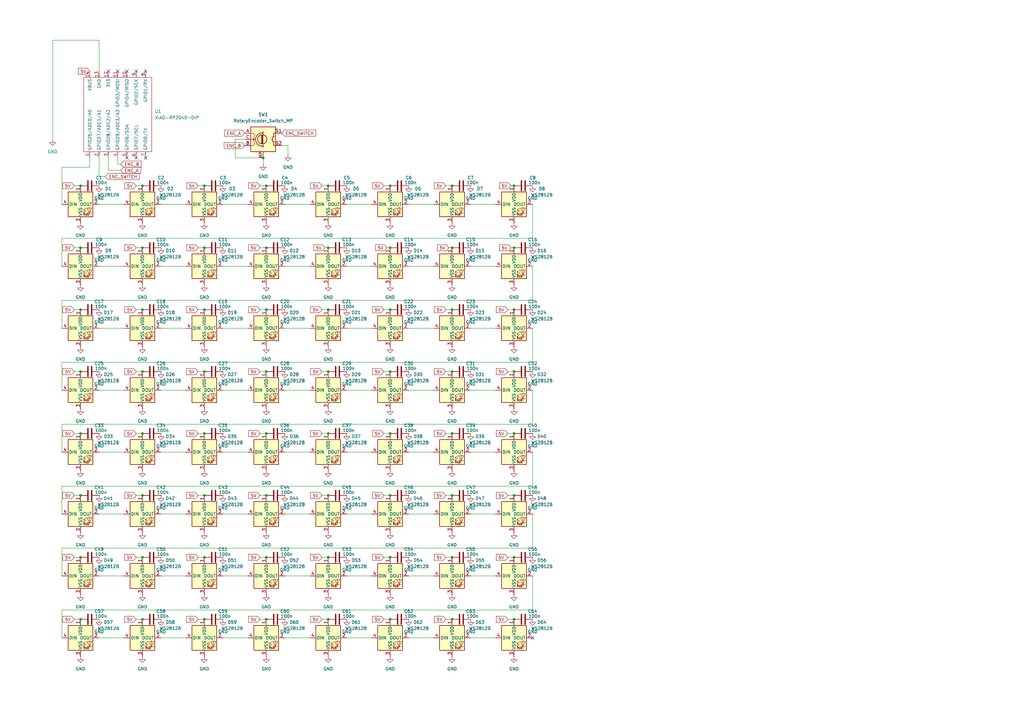
<source format=kicad_sch>
(kicad_sch (version 20250114) (generator "eeschema") (generator_version "9.0")
  (paper "A3")
  (junction (at 134.62 101.6))
  (junction (at 160.02 101.6))
  (junction (at 210.82 254))
  (junction (at 134.62 228.6))
  (junction (at 134.62 254))
  (junction (at 185.42 177.8))
  (junction (at 58.42 203.2))
  (junction (at 83.82 203.2))
  (junction (at 210.82 152.4))
  (junction (at 107.95 64.77))
  (junction (at 58.42 177.8))
  (junction (at 109.22 254))
  (junction (at 83.82 76.2))
  (junction (at 58.42 228.6))
  (junction (at 109.22 228.6))
  (junction (at 160.02 152.4))
  (junction (at 134.62 177.8))
  (junction (at 160.02 127))
  (junction (at 160.02 228.6))
  (junction (at 160.02 177.8))
  (junction (at 160.02 203.2))
  (junction (at 58.42 254))
  (junction (at 185.42 203.2))
  (junction (at 109.22 101.6))
  (junction (at 33.02 177.8))
  (junction (at 109.22 76.2))
  (junction (at 160.02 76.2))
  (junction (at 58.42 152.4))
  (junction (at 210.82 228.6))
  (junction (at 33.02 127))
  (junction (at 83.82 127))
  (junction (at 109.22 152.4))
  (junction (at 109.22 127))
  (junction (at 185.42 254))
  (junction (at 210.82 203.2))
  (junction (at 160.02 254))
  (junction (at 210.82 101.6))
  (junction (at 83.82 101.6))
  (junction (at 185.42 228.6))
  (junction (at 33.02 203.2))
  (junction (at 134.62 127))
  (junction (at 109.22 177.8))
  (junction (at 58.42 76.2))
  (junction (at 83.82 177.8))
  (junction (at 83.82 152.4))
  (junction (at 58.42 101.6))
  (junction (at 134.62 152.4))
  (junction (at 33.02 228.6))
  (junction (at 134.62 76.2))
  (junction (at 210.82 177.8))
  (junction (at 185.42 76.2))
  (junction (at 185.42 152.4))
  (junction (at 33.02 152.4))
  (junction (at 58.42 127))
  (junction (at 33.02 76.2))
  (junction (at 83.82 254))
  (junction (at 210.82 76.2))
  (junction (at 185.42 127))
  (junction (at 185.42 101.6))
  (junction (at 33.02 254))
  (junction (at 83.82 228.6))
  (junction (at 210.82 127))
  (junction (at 109.22 203.2))
  (junction (at 134.62 203.2))
  (junction (at 33.02 101.6))
  (no_connect (at 55.88 29.21))
  (no_connect (at 48.26 29.21))
  (no_connect (at 59.69 64.77))
  (no_connect (at 52.07 29.21))
  (no_connect (at 55.88 64.77))
  (no_connect (at 59.69 29.21))
  (no_connect (at 44.45 29.21))
  (no_connect (at 52.07 64.77))
  (no_connect (at 218.44 261.62))
  (bus_entry (at -55.88 44.45) (size 2.54 2.54))
  (wire (pts (xy 167.64 261.62) (xy 177.8 261.62)))
  (wire (pts (xy 30.48 152.4) (xy 33.02 152.4)))
  (wire (pts (xy 91.44 109.22) (xy 101.6 109.22)))
  (wire (pts (xy 66.04 185.42) (xy 76.2 185.42)))
  (wire (pts (xy 167.64 109.22) (xy 177.8 109.22)))
  (wire (pts (xy 218.44 236.22) (xy 218.44 250.19)))
  (wire (pts (xy 132.08 203.2) (xy 134.62 203.2)))
  (wire (pts (xy 116.84 185.42) (xy 127 185.42)))
  (wire (pts (xy 30.48 203.2) (xy 33.02 203.2)))
  (wire (pts (xy 208.28 177.8) (xy 210.82 177.8)))
  (wire (pts (xy 25.4 68.58) (xy 25.4 83.82)))
  (wire (pts (xy 208.28 152.4) (xy 210.82 152.4)))
  (wire (pts (xy 91.44 236.22) (xy 101.6 236.22)))
  (wire (pts (xy 193.04 83.82) (xy 203.2 83.82)))
  (wire (pts (xy 182.88 228.6) (xy 185.42 228.6)))
  (wire (pts (xy 106.68 228.6) (xy 109.22 228.6)))
  (wire (pts (xy 66.04 134.62) (xy 76.2 134.62)))
  (wire (pts (xy 96.52 64.77) (xy 107.95 64.77)))
  (wire (pts (xy 100.33 57.15) (xy 96.52 57.15)))
  (wire (pts (xy 30.48 228.6) (xy 33.02 228.6)))
  (wire (pts (xy 182.88 203.2) (xy 185.42 203.2)))
  (wire (pts (xy 218.44 160.02) (xy 218.44 173.99)))
  (wire (pts (xy 209.55 101.6) (xy 210.82 101.6)))
  (wire (pts (xy 40.64 29.21) (xy 40.64 16.51)))
  (wire (pts (xy 55.88 177.8) (xy 58.42 177.8)))
  (wire (pts (xy 208.28 254) (xy 210.82 254)))
  (wire (pts (xy 208.28 203.2) (xy 210.82 203.2)))
  (wire (pts (xy 30.48 127) (xy 33.02 127)))
  (wire (pts (xy 36.83 64.77) (xy 36.83 68.58)))
  (wire (pts (xy 218.44 224.79) (xy 25.4 224.79)))
  (wire (pts (xy 193.04 160.02) (xy 203.2 160.02)))
  (wire (pts (xy 118.11 63.5) (xy 118.11 59.69)))
  (wire (pts (xy 40.64 261.62) (xy 50.8 261.62)))
  (wire (pts (xy 81.28 76.2) (xy 83.82 76.2)))
  (wire (pts (xy 218.44 185.42) (xy 218.44 199.39)))
  (wire (pts (xy 44.45 69.85) (xy 44.45 64.77)))
  (wire (pts (xy 218.44 250.19) (xy 25.4 250.19)))
  (wire (pts (xy 55.88 76.2) (xy 58.42 76.2)))
  (wire (pts (xy 158.75 101.6) (xy 160.02 101.6)))
  (wire (pts (xy 25.4 173.99) (xy 25.4 185.42)))
  (wire (pts (xy 91.44 160.02) (xy 101.6 160.02)))
  (wire (pts (xy 208.28 228.6) (xy 210.82 228.6)))
  (wire (pts (xy 91.44 185.42) (xy 101.6 185.42)))
  (wire (pts (xy 30.48 177.8) (xy 33.02 177.8)))
  (wire (pts (xy 193.04 185.42) (xy 203.2 185.42)))
  (wire (pts (xy 106.68 101.6) (xy 109.22 101.6)))
  (wire (pts (xy 106.68 177.8) (xy 109.22 177.8)))
  (wire (pts (xy 208.28 127) (xy 210.82 127)))
  (wire (pts (xy 40.64 160.02) (xy 50.8 160.02)))
  (wire (pts (xy 40.64 185.42) (xy 50.8 185.42)))
  (wire (pts (xy 132.08 127) (xy 134.62 127)))
  (wire (pts (xy 209.55 76.2) (xy 210.82 76.2)))
  (wire (pts (xy 157.48 254) (xy 160.02 254)))
  (wire (pts (xy 55.88 254) (xy 58.42 254)))
  (wire (pts (xy 167.64 210.82) (xy 177.8 210.82)))
  (wire (pts (xy 182.88 76.2) (xy 185.42 76.2)))
  (wire (pts (xy 116.84 109.22) (xy 127 109.22)))
  (wire (pts (xy 193.04 236.22) (xy 203.2 236.22)))
  (wire (pts (xy 218.44 210.82) (xy 218.44 224.79)))
  (wire (pts (xy 182.88 152.4) (xy 185.42 152.4)))
  (wire (pts (xy 81.28 101.6) (xy 83.82 101.6)))
  (wire (pts (xy 66.04 160.02) (xy 76.2 160.02)))
  (wire (pts (xy 167.64 160.02) (xy 177.8 160.02)))
  (wire (pts (xy 167.64 236.22) (xy 177.8 236.22)))
  (wire (pts (xy 142.24 236.22) (xy 152.4 236.22)))
  (wire (pts (xy 167.64 83.82) (xy 177.8 83.82)))
  (wire (pts (xy 25.4 199.39) (xy 25.4 210.82)))
  (wire (pts (xy 142.24 134.62) (xy 152.4 134.62)))
  (wire (pts (xy 48.26 64.77) (xy 48.26 67.31)))
  (wire (pts (xy 132.08 76.2) (xy 134.62 76.2)))
  (wire (pts (xy 81.28 254) (xy 83.82 254)))
  (wire (pts (xy 106.68 254) (xy 109.22 254)))
  (wire (pts (xy 25.4 123.19) (xy 25.4 134.62)))
  (wire (pts (xy 66.04 261.62) (xy 76.2 261.62)))
  (wire (pts (xy 132.08 152.4) (xy 134.62 152.4)))
  (wire (pts (xy 66.04 109.22) (xy 76.2 109.22)))
  (wire (pts (xy 116.84 83.82) (xy 127 83.82)))
  (wire (pts (xy 30.48 101.6) (xy 33.02 101.6)))
  (wire (pts (xy 21.59 16.51) (xy 21.59 57.15)))
  (wire (pts (xy 218.44 134.62) (xy 218.44 148.59)))
  (wire (pts (xy 157.48 228.6) (xy 160.02 228.6)))
  (wire (pts (xy 43.18 72.39) (xy 40.64 72.39)))
  (wire (pts (xy 55.88 101.6) (xy 58.42 101.6)))
  (wire (pts (xy 157.48 76.2) (xy 160.02 76.2)))
  (wire (pts (xy 218.44 173.99) (xy 25.4 173.99)))
  (wire (pts (xy 25.4 97.79) (xy 25.4 109.22)))
  (wire (pts (xy 106.68 76.2) (xy 109.22 76.2)))
  (wire (pts (xy 81.28 127) (xy 83.82 127)))
  (wire (pts (xy 167.64 185.42) (xy 177.8 185.42)))
  (wire (pts (xy 66.04 210.82) (xy 76.2 210.82)))
  (wire (pts (xy 25.4 250.19) (xy 25.4 261.62)))
  (wire (pts (xy 142.24 109.22) (xy 152.4 109.22)))
  (wire (pts (xy 157.48 127) (xy 160.02 127)))
  (wire (pts (xy 157.48 177.8) (xy 160.02 177.8)))
  (wire (pts (xy 218.44 123.19) (xy 25.4 123.19)))
  (wire (pts (xy 157.48 203.2) (xy 160.02 203.2)))
  (wire (pts (xy 106.68 152.4) (xy 109.22 152.4)))
  (wire (pts (xy 40.64 134.62) (xy 50.8 134.62)))
  (wire (pts (xy 193.04 261.62) (xy 203.2 261.62)))
  (wire (pts (xy 49.53 69.85) (xy 44.45 69.85)))
  (wire (pts (xy 184.15 101.6) (xy 185.42 101.6)))
  (wire (pts (xy 118.11 59.69) (xy 115.57 59.69)))
  (wire (pts (xy 142.24 160.02) (xy 152.4 160.02)))
  (wire (pts (xy 48.26 67.31) (xy 49.53 67.31)))
  (wire (pts (xy 157.48 152.4) (xy 160.02 152.4)))
  (wire (pts (xy 218.44 109.22) (xy 218.44 123.19)))
  (wire (pts (xy 40.64 236.22) (xy 50.8 236.22)))
  (wire (pts (xy 218.44 148.59) (xy 25.4 148.59)))
  (wire (pts (xy 116.84 261.62) (xy 127 261.62)))
  (wire (pts (xy 25.4 224.79) (xy 25.4 236.22)))
  (wire (pts (xy 133.35 101.6) (xy 134.62 101.6)))
  (wire (pts (xy 107.95 67.31) (xy 107.95 64.77)))
  (wire (pts (xy 193.04 134.62) (xy 203.2 134.62)))
  (wire (pts (xy 91.44 261.62) (xy 101.6 261.62)))
  (wire (pts (xy 25.4 148.59) (xy 25.4 160.02)))
  (wire (pts (xy 167.64 134.62) (xy 177.8 134.62)))
  (wire (pts (xy 30.48 254) (xy 33.02 254)))
  (wire (pts (xy 36.83 68.58) (xy 25.4 68.58)))
  (wire (pts (xy 91.44 134.62) (xy 101.6 134.62)))
  (wire (pts (xy 66.04 236.22) (xy 76.2 236.22)))
  (wire (pts (xy 55.88 228.6) (xy 58.42 228.6)))
  (wire (pts (xy 81.28 203.2) (xy 83.82 203.2)))
  (wire (pts (xy 218.44 199.39) (xy 25.4 199.39)))
  (wire (pts (xy 116.84 134.62) (xy 127 134.62)))
  (wire (pts (xy 182.88 177.8) (xy 185.42 177.8)))
  (wire (pts (xy 132.08 228.6) (xy 134.62 228.6)))
  (wire (pts (xy 91.44 210.82) (xy 101.6 210.82)))
  (wire (pts (xy 55.88 127) (xy 58.42 127)))
  (wire (pts (xy 40.64 109.22) (xy 50.8 109.22)))
  (wire (pts (xy 116.84 236.22) (xy 127 236.22)))
  (wire (pts (xy 81.28 228.6) (xy 83.82 228.6)))
  (wire (pts (xy 132.08 254) (xy 134.62 254)))
  (wire (pts (xy 96.52 57.15) (xy 96.52 64.77)))
  (wire (pts (xy 132.08 177.8) (xy 134.62 177.8)))
  (wire (pts (xy 182.88 127) (xy 185.42 127)))
  (wire (pts (xy 21.59 16.51) (xy 40.64 16.51)))
  (wire (pts (xy 81.28 177.8) (xy 83.82 177.8)))
  (wire (pts (xy 81.28 152.4) (xy 83.82 152.4)))
  (wire (pts (xy 142.24 261.62) (xy 152.4 261.62)))
  (wire (pts (xy 91.44 83.82) (xy 101.6 83.82)))
  (wire (pts (xy 193.04 210.82) (xy 203.2 210.82)))
  (wire (pts (xy 116.84 210.82) (xy 127 210.82)))
  (wire (pts (xy 106.68 203.2) (xy 109.22 203.2)))
  (wire (pts (xy 116.84 160.02) (xy 127 160.02)))
  (wire (pts (xy 142.24 83.82) (xy 152.4 83.82)))
  (wire (pts (xy 218.44 83.82) (xy 218.44 97.79)))
  (wire (pts (xy 55.88 152.4) (xy 58.42 152.4)))
  (wire (pts (xy 106.68 127) (xy 109.22 127)))
  (wire (pts (xy 142.24 185.42) (xy 152.4 185.42)))
  (wire (pts (xy 40.64 83.82) (xy 50.8 83.82)))
  (wire (pts (xy 30.48 76.2) (xy 33.02 76.2)))
  (wire (pts (xy 218.44 97.79) (xy 25.4 97.79)))
  (wire (pts (xy 193.04 109.22) (xy 203.2 109.22)))
  (wire (pts (xy 40.64 72.39) (xy 40.64 64.77)))
  (wire (pts (xy 55.88 203.2) (xy 58.42 203.2)))
  (wire (pts (xy 40.64 210.82) (xy 50.8 210.82)))
  (wire (pts (xy 182.88 254) (xy 185.42 254)))
  (wire (pts (xy 142.24 210.82) (xy 152.4 210.82)))
  (wire (pts (xy 66.04 83.82) (xy 76.2 83.82)))
  (global_label "5V" (shape input) (at 209.55 101.6 180) (property "Intersheetrefs" "${INTERSHEET_REFS}" (effects (hide yes))))
  (global_label "5V" (shape input) (at 132.08 177.8 180) (property "Intersheetrefs" "${INTERSHEET_REFS}" (effects (hide yes))))
  (global_label "5V" (shape input) (at 157.48 127 180) (property "Intersheetrefs" "${INTERSHEET_REFS}" (effects (hide yes))))
  (global_label "5V" (shape input) (at 36.83 29.21 180) (property "Intersheetrefs" "${INTERSHEET_REFS}" (effects (hide yes))))
  (global_label "5V" (shape input) (at 132.08 203.2 180) (property "Intersheetrefs" "${INTERSHEET_REFS}" (effects (hide yes))))
  (global_label "5V" (shape input) (at 106.68 76.2 180) (property "Intersheetrefs" "${INTERSHEET_REFS}" (effects (hide yes))))
  (global_label "5V" (shape input) (at 182.88 203.2 180) (property "Intersheetrefs" "${INTERSHEET_REFS}" (effects (hide yes))))
  (global_label "5V" (shape input) (at 30.48 177.8 180) (property "Intersheetrefs" "${INTERSHEET_REFS}" (effects (hide yes))))
  (global_label "5V" (shape input) (at 158.75 101.6 180) (property "Intersheetrefs" "${INTERSHEET_REFS}" (effects (hide yes))))
  (global_label "5V" (shape input) (at 55.88 76.2 180) (property "Intersheetrefs" "${INTERSHEET_REFS}" (effects (hide yes))))
  (global_label "ENC_A" (shape input) (at 100.33 54.61 180) (property "Intersheetrefs" "${INTERSHEET_REFS}" (effects (hide yes))))
  (global_label "5V" (shape input) (at 30.48 152.4 180) (property "Intersheetrefs" "${INTERSHEET_REFS}" (effects (hide yes))))
  (global_label "5V" (shape input) (at 81.28 127 180) (property "Intersheetrefs" "${INTERSHEET_REFS}" (effects (hide yes))))
  (global_label "5V" (shape input) (at 182.88 127 180) (property "Intersheetrefs" "${INTERSHEET_REFS}" (effects (hide yes))))
  (global_label "5V" (shape input) (at 106.68 228.6 180) (property "Intersheetrefs" "${INTERSHEET_REFS}" (effects (hide yes))))
  (global_label "5V" (shape input) (at 182.88 254 180) (property "Intersheetrefs" "${INTERSHEET_REFS}" (effects (hide yes))))
  (global_label "5V" (shape input) (at 132.08 76.2 180) (property "Intersheetrefs" "${INTERSHEET_REFS}" (effects (hide yes))))
  (global_label "5V" (shape input) (at 81.28 228.6 180) (property "Intersheetrefs" "${INTERSHEET_REFS}" (effects (hide yes))))
  (global_label "5V" (shape input) (at 55.88 152.4 180) (property "Intersheetrefs" "${INTERSHEET_REFS}" (effects (hide yes))))
  (global_label "5V" (shape input) (at 81.28 203.2 180) (property "Intersheetrefs" "${INTERSHEET_REFS}" (effects (hide yes))))
  (global_label "5V" (shape input) (at 55.88 228.6 180) (property "Intersheetrefs" "${INTERSHEET_REFS}" (effects (hide yes))))
  (global_label "5V" (shape input) (at 132.08 228.6 180) (property "Intersheetrefs" "${INTERSHEET_REFS}" (effects (hide yes))))
  (global_label "5V" (shape input) (at 55.88 203.2 180) (property "Intersheetrefs" "${INTERSHEET_REFS}" (effects (hide yes))))
  (global_label "5V" (shape input) (at 81.28 177.8 180) (property "Intersheetrefs" "${INTERSHEET_REFS}" (effects (hide yes))))
  (global_label "5V" (shape input) (at 55.88 254 180) (property "Intersheetrefs" "${INTERSHEET_REFS}" (effects (hide yes))))
  (global_label "5V" (shape input) (at 30.48 228.6 180) (property "Intersheetrefs" "${INTERSHEET_REFS}" (effects (hide yes))))
  (global_label "5V" (shape input) (at 208.28 177.8 180) (property "Intersheetrefs" "${INTERSHEET_REFS}" (effects (hide yes))))
  (global_label "5V" (shape input) (at 106.68 203.2 180) (property "Intersheetrefs" "${INTERSHEET_REFS}" (effects (hide yes))))
  (global_label "5V" (shape input) (at 30.48 127 180) (property "Intersheetrefs" "${INTERSHEET_REFS}" (effects (hide yes))))
  (global_label "5V" (shape input) (at 133.35 101.6 180) (property "Intersheetrefs" "${INTERSHEET_REFS}" (effects (hide yes))))
  (global_label "5V" (shape input) (at 157.48 76.2 180) (property "Intersheetrefs" "${INTERSHEET_REFS}" (effects (hide yes))))
  (global_label "5V" (shape input) (at 132.08 127 180) (property "Intersheetrefs" "${INTERSHEET_REFS}" (effects (hide yes))))
  (global_label "5V" (shape input) (at 55.88 127 180) (property "Intersheetrefs" "${INTERSHEET_REFS}" (effects (hide yes))))
  (global_label "5V" (shape input) (at 182.88 177.8 180) (property "Intersheetrefs" "${INTERSHEET_REFS}" (effects (hide yes))))
  (global_label "5V" (shape input) (at 55.88 177.8 180) (property "Intersheetrefs" "${INTERSHEET_REFS}" (effects (hide yes))))
  (global_label "5V" (shape input) (at 81.28 101.6 180) (property "Intersheetrefs" "${INTERSHEET_REFS}" (effects (hide yes))))
  (global_label "5V" (shape input) (at 81.28 254 180) (property "Intersheetrefs" "${INTERSHEET_REFS}" (effects (hide yes))))
  (global_label "5V" (shape input) (at 81.28 76.2 180) (property "Intersheetrefs" "${INTERSHEET_REFS}" (effects (hide yes))))
  (global_label "5V" (shape input) (at 106.68 101.6 180) (property "Intersheetrefs" "${INTERSHEET_REFS}" (effects (hide yes))))
  (global_label "5V" (shape input) (at 30.48 203.2 180) (property "Intersheetrefs" "${INTERSHEET_REFS}" (effects (hide yes))))
  (global_label "5V" (shape input) (at 208.28 127 180) (property "Intersheetrefs" "${INTERSHEET_REFS}" (effects (hide yes))))
  (global_label "5V" (shape input) (at 30.48 101.6 180) (property "Intersheetrefs" "${INTERSHEET_REFS}" (effects (hide yes))))
  (global_label "ENC_B" (shape input) (at 100.33 59.69 180) (property "Intersheetrefs" "${INTERSHEET_REFS}" (effects (hide yes))))
  (global_label "ENC_B" (shape input) (at 49.53 67.31 0) (property "Intersheetrefs" "${INTERSHEET_REFS}" (effects (hide yes))))
  (global_label "5V" (shape input) (at 157.48 203.2 180) (property "Intersheetrefs" "${INTERSHEET_REFS}" (effects (hide yes))))
  (global_label "5V" (shape input) (at 132.08 152.4 180) (property "Intersheetrefs" "${INTERSHEET_REFS}" (effects (hide yes))))
  (global_label "ENC_SWITCH" (shape input) (at 115.57 54.61 0) (property "Intersheetrefs" "${INTERSHEET_REFS}" (effects (hide yes))))
  (global_label "5V" (shape input) (at 30.48 254 180) (property "Intersheetrefs" "${INTERSHEET_REFS}" (effects (hide yes))))
  (global_label "5V" (shape input) (at 182.88 76.2 180) (property "Intersheetrefs" "${INTERSHEET_REFS}" (effects (hide yes))))
  (global_label "5V" (shape input) (at 132.08 254 180) (property "Intersheetrefs" "${INTERSHEET_REFS}" (effects (hide yes))))
  (global_label "ENC_SWITCH" (shape input) (at 43.18 72.39 0) (property "Intersheetrefs" "${INTERSHEET_REFS}" (effects (hide yes))))
  (global_label "5V" (shape input) (at 208.28 152.4 180) (property "Intersheetrefs" "${INTERSHEET_REFS}" (effects (hide yes))))
  (global_label "5V" (shape input) (at 157.48 254 180) (property "Intersheetrefs" "${INTERSHEET_REFS}" (effects (hide yes))))
  (global_label "5V" (shape input) (at 184.15 101.6 180) (property "Intersheetrefs" "${INTERSHEET_REFS}" (effects (hide yes))))
  (global_label "5V" (shape input) (at 208.28 254 180) (property "Intersheetrefs" "${INTERSHEET_REFS}" (effects (hide yes))))
  (global_label "5V" (shape input) (at 208.28 228.6 180) (property "Intersheetrefs" "${INTERSHEET_REFS}" (effects (hide yes))))
  (global_label "5V" (shape input) (at 208.28 203.2 180) (property "Intersheetrefs" "${INTERSHEET_REFS}" (effects (hide yes))))
  (global_label "5V" (shape input) (at 157.48 152.4 180) (property "Intersheetrefs" "${INTERSHEET_REFS}" (effects (hide yes))))
  (global_label "5V" (shape input) (at 106.68 254 180) (property "Intersheetrefs" "${INTERSHEET_REFS}" (effects (hide yes))))
  (global_label "5V" (shape input) (at 182.88 228.6 180) (property "Intersheetrefs" "${INTERSHEET_REFS}" (effects (hide yes))))
  (global_label "5V" (shape input) (at 157.48 177.8 180) (property "Intersheetrefs" "${INTERSHEET_REFS}" (effects (hide yes))))
  (global_label "5V" (shape input) (at 106.68 177.8 180) (property "Intersheetrefs" "${INTERSHEET_REFS}" (effects (hide yes))))
  (global_label "5V" (shape input) (at 106.68 152.4 180) (property "Intersheetrefs" "${INTERSHEET_REFS}" (effects (hide yes))))
  (global_label "ENC_A" (shape input) (at 49.53 69.85 0) (property "Intersheetrefs" "${INTERSHEET_REFS}" (effects (hide yes))))
  (global_label "5V" (shape input) (at 182.88 152.4 180) (property "Intersheetrefs" "${INTERSHEET_REFS}" (effects (hide yes))))
  (global_label "5V" (shape input) (at 157.48 228.6 180) (property "Intersheetrefs" "${INTERSHEET_REFS}" (effects (hide yes))))
  (global_label "5V" (shape input) (at 209.55 76.2 180) (property "Intersheetrefs" "${INTERSHEET_REFS}" (effects (hide yes))))
  (global_label "5V" (shape input) (at 81.28 152.4 180) (property "Intersheetrefs" "${INTERSHEET_REFS}" (effects (hide yes))))
  (global_label "5V" (shape input) (at 106.68 127 180) (property "Intersheetrefs" "${INTERSHEET_REFS}" (effects (hide yes))))
  (global_label "5V" (shape input) (at 30.48 76.2 180) (property "Intersheetrefs" "${INTERSHEET_REFS}" (effects (hide yes))))
  (global_label "5V" (shape input) (at 55.88 101.6 180) (property "Intersheetrefs" "${INTERSHEET_REFS}" (effects (hide yes))))
  (symbol (lib_id "Device:C") (at 138.43 203.2 270) (unit 1)
    (property "Reference" "C45" (at 142.24 199.898 90))
    (property "Value" "100n" (at 143.002 201.93 90))
    (property "Footprint" "Capacitor_SMD:C_0402_1005Metric" (effects (hide yes)))
    (property "Description" "Unpolarized capacitor" (effects (hide yes)))
  )
  (symbol (lib_id "Device:C") (at 62.23 254 270) (unit 1)
    (property "Reference" "C58" (at 66.04 250.698 90))
    (property "Value" "100n" (at 66.802 252.73 90))
    (property "Footprint" "Capacitor_SMD:C_0402_1005Metric" (effects (hide yes)))
    (property "Description" "Unpolarized capacitor" (effects (hide yes)))
  )
  (symbol (lib_id "power:GND") (at 116.84 76.2 0) (unit 1)
    (property "Reference" "#PWR07" (effects (hide yes)))
    (property "Value" "GND" (at 116.84 81.28 0))
    (property "Description" "Power symbol creates a global label with name \"GND\" , ground" (effects (hide yes)))
  )
  (symbol (lib_id "LED:WS2812B") (at 58.42 109.22 0) (unit 1)
    (property "Reference" "D10" (at 69.85 102.7998 0))
    (property "Value" "WS2812B" (at 69.85 105.3398 0))
    (property "Footprint" "LED_SMD:LED_WS2812B_PLCC4_5.0x5.0mm_P3.2mm" (effects (hide yes)))
    (property "Datasheet" "https://cdn-shop.adafruit.com/datasheets/WS2812B.pdf" (effects (hide yes)))
    (property "Description" "RGB LED with integrated controller" (effects (hide yes)))
  )
  (symbol (lib_id "power:GND") (at 116.84 127 0) (unit 1)
    (property "Reference" "#PWR039" (effects (hide yes)))
    (property "Value" "GND" (at 116.84 132.08 0))
    (property "Description" "Power symbol creates a global label with name \"GND\" , ground" (effects (hide yes)))
  )
  (symbol (lib_id "power:GND") (at 116.84 152.4 0) (unit 1)
    (property "Reference" "#PWR055" (effects (hide yes)))
    (property "Value" "GND" (at 116.84 157.48 0))
    (property "Description" "Power symbol creates a global label with name \"GND\" , ground" (effects (hide yes)))
  )
  (symbol (lib_id "LED:WS2812B") (at 109.22 160.02 0) (unit 1)
    (property "Reference" "D28" (at 120.65 153.5998 0))
    (property "Value" "WS2812B" (at 120.65 156.1398 0))
    (property "Footprint" "LED_SMD:LED_WS2812B_PLCC4_5.0x5.0mm_P3.2mm" (effects (hide yes)))
    (property "Datasheet" "https://cdn-shop.adafruit.com/datasheets/WS2812B.pdf" (effects (hide yes)))
    (property "Description" "RGB LED with integrated controller" (effects (hide yes)))
  )
  (symbol (lib_id "power:GND") (at 91.44 228.6 0) (unit 1)
    (property "Reference" "#PWR0102" (effects (hide yes)))
    (property "Value" "GND" (at 91.44 233.68 0))
    (property "Description" "Power symbol creates a global label with name \"GND\" , ground" (effects (hide yes)))
  )
  (symbol (lib_id "power:GND") (at 210.82 91.44 0) (unit 1)
    (property "Reference" "#PWR019" (effects (hide yes)))
    (property "Value" "GND" (at 210.82 96.52 0))
    (property "Description" "Power symbol creates a global label with name \"GND\" , ground" (effects (hide yes)))
  )
  (symbol (lib_id "power:GND") (at 109.22 193.04 0) (unit 1)
    (property "Reference" "#PWR079" (effects (hide yes)))
    (property "Value" "GND" (at 109.22 198.12 0))
    (property "Description" "Power symbol creates a global label with name \"GND\" , ground" (effects (hide yes)))
  )
  (symbol (lib_id "LED:WS2812B") (at 210.82 185.42 0) (unit 1)
    (property "Reference" "D40" (at 222.25 178.9998 0))
    (property "Value" "WS2812B" (at 222.25 181.5398 0))
    (property "Footprint" "LED_SMD:LED_WS2812B_PLCC4_5.0x5.0mm_P3.2mm" (effects (hide yes)))
    (property "Datasheet" "https://cdn-shop.adafruit.com/datasheets/WS2812B.pdf" (effects (hide yes)))
    (property "Description" "RGB LED with integrated controller" (effects (hide yes)))
  )
  (symbol (lib_id "power:GND") (at 134.62 116.84 0) (unit 1)
    (property "Reference" "#PWR032" (effects (hide yes)))
    (property "Value" "GND" (at 134.62 121.92 0))
    (property "Description" "Power symbol creates a global label with name \"GND\" , ground" (effects (hide yes)))
  )
  (symbol (lib_id "power:GND") (at 210.82 116.84 0) (unit 1)
    (property "Reference" "#PWR035" (effects (hide yes)))
    (property "Value" "GND" (at 210.82 121.92 0))
    (property "Description" "Power symbol creates a global label with name \"GND\" , ground" (effects (hide yes)))
  )
  (symbol (lib_id "power:GND") (at 134.62 193.04 0) (unit 1)
    (property "Reference" "#PWR080" (effects (hide yes)))
    (property "Value" "GND" (at 134.62 198.12 0))
    (property "Description" "Power symbol creates a global label with name \"GND\" , ground" (effects (hide yes)))
  )
  (symbol (lib_id "power:GND") (at 66.04 152.4 0) (unit 1)
    (property "Reference" "#PWR053" (effects (hide yes)))
    (property "Value" "GND" (at 66.04 157.48 0))
    (property "Description" "Power symbol creates a global label with name \"GND\" , ground" (effects (hide yes)))
  )
  (symbol (lib_id "power:GND") (at 33.02 218.44 0) (unit 1)
    (property "Reference" "#PWR092" (effects (hide yes)))
    (property "Value" "GND" (at 33.02 223.52 0))
    (property "Description" "Power symbol creates a global label with name \"GND\" , ground" (effects (hide yes)))
  )
  (symbol (lib_id "power:GND") (at 91.44 177.8 0) (unit 1)
    (property "Reference" "#PWR070" (effects (hide yes)))
    (property "Value" "GND" (at 91.44 182.88 0))
    (property "Description" "Power symbol creates a global label with name \"GND\" , ground" (effects (hide yes)))
  )
  (symbol (lib_id "Device:C") (at 163.83 127 270) (unit 1)
    (property "Reference" "C22" (at 167.64 123.698 90))
    (property "Value" "100n" (at 168.402 125.73 90))
    (property "Footprint" "Capacitor_SMD:C_0402_1005Metric" (effects (hide yes)))
    (property "Description" "Unpolarized capacitor" (effects (hide yes)))
  )
  (symbol (lib_id "power:GND") (at 193.04 101.6 0) (unit 1)
    (property "Reference" "#PWR026" (effects (hide yes)))
    (property "Value" "GND" (at 193.04 106.68 0))
    (property "Description" "Power symbol creates a global label with name \"GND\" , ground" (effects (hide yes)))
  )
  (symbol (lib_id "Device:C") (at 36.83 203.2 270) (unit 1)
    (property "Reference" "C41" (at 40.64 199.898 90))
    (property "Value" "100n" (at 41.402 201.93 90))
    (property "Footprint" "Capacitor_SMD:C_0402_1005Metric" (effects (hide yes)))
    (property "Description" "Unpolarized capacitor" (effects (hide yes)))
  )
  (symbol (lib_id "Device:C") (at 113.03 101.6 270) (unit 1)
    (property "Reference" "C12" (at 116.84 98.298 90))
    (property "Value" "100n" (at 117.602 100.33 90))
    (property "Footprint" "Capacitor_SMD:C_0402_1005Metric" (effects (hide yes)))
    (property "Description" "Unpolarized capacitor" (effects (hide yes)))
  )
  (symbol (lib_id "power:GND") (at 109.22 142.24 0) (unit 1)
    (property "Reference" "#PWR047" (effects (hide yes)))
    (property "Value" "GND" (at 109.22 147.32 0))
    (property "Description" "Power symbol creates a global label with name \"GND\" , ground" (effects (hide yes)))
  )
  (symbol (lib_id "LED:WS2812B") (at 160.02 261.62 0) (unit 1)
    (property "Reference" "D62" (at 171.45 255.1998 0))
    (property "Value" "WS2812B" (at 171.45 257.7398 0))
    (property "Footprint" "LED_SMD:LED_WS2812B_PLCC4_5.0x5.0mm_P3.2mm" (effects (hide yes)))
    (property "Datasheet" "https://cdn-shop.adafruit.com/datasheets/WS2812B.pdf" (effects (hide yes)))
    (property "Description" "RGB LED with integrated controller" (effects (hide yes)))
  )
  (symbol (lib_id "power:GND") (at 134.62 91.44 0) (unit 1)
    (property "Reference" "#PWR016" (effects (hide yes)))
    (property "Value" "GND" (at 134.62 96.52 0))
    (property "Description" "Power symbol creates a global label with name \"GND\" , ground" (effects (hide yes)))
  )
  (symbol (lib_id "Device:C") (at 87.63 177.8 270) (unit 1)
    (property "Reference" "C35" (at 91.44 174.498 90))
    (property "Value" "100n" (at 92.202 176.53 90))
    (property "Footprint" "Capacitor_SMD:C_0402_1005Metric" (effects (hide yes)))
    (property "Description" "Unpolarized capacitor" (effects (hide yes)))
  )
  (symbol (lib_id "LED:WS2812B") (at 160.02 83.82 0) (unit 1)
    (property "Reference" "D6" (at 171.45 77.3998 0))
    (property "Value" "WS2812B" (at 171.45 79.9398 0))
    (property "Footprint" "LED_SMD:LED_WS2812B_PLCC4_5.0x5.0mm_P3.2mm" (effects (hide yes)))
    (property "Datasheet" "https://cdn-shop.adafruit.com/datasheets/WS2812B.pdf" (effects (hide yes)))
    (property "Description" "RGB LED with integrated controller" (effects (hide yes)))
  )
  (symbol (lib_id "LED:WS2812B") (at 210.82 109.22 0) (unit 1)
    (property "Reference" "D16" (at 222.25 102.7998 0))
    (property "Value" "WS2812B" (at 222.25 105.3398 0))
    (property "Footprint" "LED_SMD:LED_WS2812B_PLCC4_5.0x5.0mm_P3.2mm" (effects (hide yes)))
    (property "Datasheet" "https://cdn-shop.adafruit.com/datasheets/WS2812B.pdf" (effects (hide yes)))
    (property "Description" "RGB LED with integrated controller" (effects (hide yes)))
  )
  (symbol (lib_id "power:GND") (at 167.64 101.6 0) (unit 1)
    (property "Reference" "#PWR025" (effects (hide yes)))
    (property "Value" "GND" (at 167.64 106.68 0))
    (property "Description" "Power symbol creates a global label with name \"GND\" , ground" (effects (hide yes)))
  )
  (symbol (lib_id "power:GND") (at 210.82 193.04 0) (unit 1)
    (property "Reference" "#PWR083" (effects (hide yes)))
    (property "Value" "GND" (at 210.82 198.12 0))
    (property "Description" "Power symbol creates a global label with name \"GND\" , ground" (effects (hide yes)))
  )
  (symbol (lib_id "power:GND") (at 142.24 228.6 0) (unit 1)
    (property "Reference" "#PWR0104" (effects (hide yes)))
    (property "Value" "GND" (at 142.24 233.68 0))
    (property "Description" "Power symbol creates a global label with name \"GND\" , ground" (effects (hide yes)))
  )
  (symbol (lib_id "Device:C") (at 36.83 152.4 270) (unit 1)
    (property "Reference" "C25" (at 40.64 149.098 90))
    (property "Value" "100n" (at 41.402 151.13 90))
    (property "Footprint" "Capacitor_SMD:C_0402_1005Metric" (effects (hide yes)))
    (property "Description" "Unpolarized capacitor" (effects (hide yes)))
  )
  (symbol (lib_id "power:GND") (at 33.02 116.84 0) (unit 1)
    (property "Reference" "#PWR028" (effects (hide yes)))
    (property "Value" "GND" (at 33.02 121.92 0))
    (property "Description" "Power symbol creates a global label with name \"GND\" , ground" (effects (hide yes)))
  )
  (symbol (lib_id "LED:WS2812B") (at 160.02 236.22 0) (unit 1)
    (property "Reference" "D54" (at 171.45 229.7998 0))
    (property "Value" "WS2812B" (at 171.45 232.3398 0))
    (property "Footprint" "LED_SMD:LED_WS2812B_PLCC4_5.0x5.0mm_P3.2mm" (effects (hide yes)))
    (property "Datasheet" "https://cdn-shop.adafruit.com/datasheets/WS2812B.pdf" (effects (hide yes)))
    (property "Description" "RGB LED with integrated controller" (effects (hide yes)))
  )
  (symbol (lib_id "power:GND") (at 58.42 167.64 0) (unit 1)
    (property "Reference" "#PWR061" (effects (hide yes)))
    (property "Value" "GND" (at 58.42 172.72 0))
    (property "Description" "Power symbol creates a global label with name \"GND\" , ground" (effects (hide yes)))
  )
  (symbol (lib_id "LED:WS2812B") (at 33.02 134.62 0) (unit 1)
    (property "Reference" "D17" (at 44.45 128.1998 0))
    (property "Value" "WS2812B" (at 44.45 130.7398 0))
    (property "Footprint" "LED_SMD:LED_WS2812B_PLCC4_5.0x5.0mm_P3.2mm" (effects (hide yes)))
    (property "Datasheet" "https://cdn-shop.adafruit.com/datasheets/WS2812B.pdf" (effects (hide yes)))
    (property "Description" "RGB LED with integrated controller" (effects (hide yes)))
  )
  (symbol (lib_id "power:GND") (at 58.42 193.04 0) (unit 1)
    (property "Reference" "#PWR077" (effects (hide yes)))
    (property "Value" "GND" (at 58.42 198.12 0))
    (property "Description" "Power symbol creates a global label with name \"GND\" , ground" (effects (hide yes)))
  )
  (symbol (lib_id "LED:WS2812B") (at 33.02 236.22 0) (unit 1)
    (property "Reference" "D49" (at 44.45 229.7998 0))
    (property "Value" "WS2812B" (at 44.45 232.3398 0))
    (property "Footprint" "LED_SMD:LED_WS2812B_PLCC4_5.0x5.0mm_P3.2mm" (effects (hide yes)))
    (property "Datasheet" "https://cdn-shop.adafruit.com/datasheets/WS2812B.pdf" (effects (hide yes)))
    (property "Description" "RGB LED with integrated controller" (effects (hide yes)))
  )
  (symbol (lib_id "power:GND") (at 58.42 142.24 0) (unit 1)
    (property "Reference" "#PWR045" (effects (hide yes)))
    (property "Value" "GND" (at 58.42 147.32 0))
    (property "Description" "Power symbol creates a global label with name \"GND\" , ground" (effects (hide yes)))
  )
  (symbol (lib_id "Device:C") (at 62.23 203.2 270) (unit 1)
    (property "Reference" "C42" (at 66.04 199.898 90))
    (property "Value" "100n" (at 66.802 201.93 90))
    (property "Footprint" "Capacitor_SMD:C_0402_1005Metric" (effects (hide yes)))
    (property "Description" "Unpolarized capacitor" (effects (hide yes)))
  )
  (symbol (lib_id "LED:WS2812B") (at 185.42 134.62 0) (unit 1)
    (property "Reference" "D23" (at 196.85 128.1998 0))
    (property "Value" "WS2812B" (at 196.85 130.7398 0))
    (property "Footprint" "LED_SMD:LED_WS2812B_PLCC4_5.0x5.0mm_P3.2mm" (effects (hide yes)))
    (property "Datasheet" "https://cdn-shop.adafruit.com/datasheets/WS2812B.pdf" (effects (hide yes)))
    (property "Description" "RGB LED with integrated controller" (effects (hide yes)))
  )
  (symbol (lib_id "Device:C") (at 87.63 152.4 270) (unit 1)
    (property "Reference" "C27" (at 91.44 149.098 90))
    (property "Value" "100n" (at 92.202 151.13 90))
    (property "Footprint" "Capacitor_SMD:C_0402_1005Metric" (effects (hide yes)))
    (property "Description" "Unpolarized capacitor" (effects (hide yes)))
  )
  (symbol (lib_id "power:GND") (at 109.22 218.44 0) (unit 1)
    (property "Reference" "#PWR095" (effects (hide yes)))
    (property "Value" "GND" (at 109.22 223.52 0))
    (property "Description" "Power symbol creates a global label with name \"GND\" , ground" (effects (hide yes)))
  )
  (symbol (lib_id "Device:C") (at 36.83 228.6 270) (unit 1)
    (property "Reference" "C49" (at 40.64 225.298 90))
    (property "Value" "100n" (at 41.402 227.33 90))
    (property "Footprint" "Capacitor_SMD:C_0402_1005Metric" (effects (hide yes)))
    (property "Description" "Unpolarized capacitor" (effects (hide yes)))
  )
  (symbol (lib_id "LED:WS2812B") (at 83.82 134.62 0) (unit 1)
    (property "Reference" "D19" (at 95.25 128.1998 0))
    (property "Value" "WS2812B" (at 95.25 130.7398 0))
    (property "Footprint" "LED_SMD:LED_WS2812B_PLCC4_5.0x5.0mm_P3.2mm" (effects (hide yes)))
    (property "Datasheet" "https://cdn-shop.adafruit.com/datasheets/WS2812B.pdf" (effects (hide yes)))
    (property "Description" "RGB LED with integrated controller" (effects (hide yes)))
  )
  (symbol (lib_id "power:GND") (at 109.22 243.84 0) (unit 1)
    (property "Reference" "#PWR0111" (effects (hide yes)))
    (property "Value" "GND" (at 109.22 248.92 0))
    (property "Description" "Power symbol creates a global label with name \"GND\" , ground" (effects (hide yes)))
  )
  (symbol (lib_id "LED:WS2812B") (at 33.02 261.62 0) (unit 1)
    (property "Reference" "D57" (at 44.45 255.1998 0))
    (property "Value" "WS2812B" (at 44.45 257.7398 0))
    (property "Footprint" "LED_SMD:LED_WS2812B_PLCC4_5.0x5.0mm_P3.2mm" (effects (hide yes)))
    (property "Datasheet" "https://cdn-shop.adafruit.com/datasheets/WS2812B.pdf" (effects (hide yes)))
    (property "Description" "RGB LED with integrated controller" (effects (hide yes)))
  )
  (symbol (lib_id "Device:C") (at 189.23 254 270) (unit 1)
    (property "Reference" "C63" (at 193.04 250.698 90))
    (property "Value" "100n" (at 193.802 252.73 90))
    (property "Footprint" "Capacitor_SMD:C_0402_1005Metric" (effects (hide yes)))
    (property "Description" "Unpolarized capacitor" (effects (hide yes)))
  )
  (symbol (lib_id "power:GND") (at 167.64 254 0) (unit 1)
    (property "Reference" "#PWR0121" (effects (hide yes)))
    (property "Value" "GND" (at 167.64 259.08 0))
    (property "Description" "Power symbol creates a global label with name \"GND\" , ground" (effects (hide yes)))
  )
  (symbol (lib_id "LED:WS2812B") (at 83.82 236.22 0) (unit 1)
    (property "Reference" "D51" (at 95.25 229.7998 0))
    (property "Value" "WS2812B" (at 95.25 232.3398 0))
    (property "Footprint" "LED_SMD:LED_WS2812B_PLCC4_5.0x5.0mm_P3.2mm" (effects (hide yes)))
    (property "Datasheet" "https://cdn-shop.adafruit.com/datasheets/WS2812B.pdf" (effects (hide yes)))
    (property "Description" "RGB LED with integrated controller" (effects (hide yes)))
  )
  (symbol (lib_id "power:GND") (at 210.82 243.84 0) (unit 1)
    (property "Reference" "#PWR0115" (effects (hide yes)))
    (property "Value" "GND" (at 210.82 248.92 0))
    (property "Description" "Power symbol creates a global label with name \"GND\" , ground" (effects (hide yes)))
  )
  (symbol (lib_id "power:GND") (at 185.42 116.84 0) (unit 1)
    (property "Reference" "#PWR034" (effects (hide yes)))
    (property "Value" "GND" (at 185.42 121.92 0))
    (property "Description" "Power symbol creates a global label with name \"GND\" , ground" (effects (hide yes)))
  )
  (symbol (lib_id "Seeed_Studio_XIAO_Series:XIAO-RP2040-DIP") (at 31.75 60.96 90) (unit 1)
    (property "Reference" "U1" (at 63.5 45.7199 90) (effects (justify right)))
    (property "Value" "XIAO-RP2040-DIP" (at 63.5 48.2599 90) (effects (justify right)))
    (property "Footprint" "XIAO_PCB:XIAO-RP2040-DIP" (effects (hide yes)))
  )
  (symbol (lib_id "power:GND") (at 193.04 152.4 0) (unit 1)
    (property "Reference" "#PWR058" (effects (hide yes)))
    (property "Value" "GND" (at 193.04 157.48 0))
    (property "Description" "Power symbol creates a global label with name \"GND\" , ground" (effects (hide yes)))
  )
  (symbol (lib_id "LED:WS2812B") (at 109.22 210.82 0) (unit 1)
    (property "Reference" "D44" (at 120.65 204.3998 0))
    (property "Value" "WS2812B" (at 120.65 206.9398 0))
    (property "Footprint" "LED_SMD:LED_WS2812B_PLCC4_5.0x5.0mm_P3.2mm" (effects (hide yes)))
    (property "Datasheet" "https://cdn-shop.adafruit.com/datasheets/WS2812B.pdf" (effects (hide yes)))
    (property "Description" "RGB LED with integrated controller" (effects (hide yes)))
  )
  (symbol (lib_id "power:GND") (at 83.82 269.24 0) (unit 1)
    (property "Reference" "#PWR0126" (effects (hide yes)))
    (property "Value" "GND" (at 83.82 274.32 0))
    (property "Description" "Power symbol creates a global label with name \"GND\" , ground" (effects (hide yes)))
  )
  (symbol (lib_id "power:GND") (at 142.24 76.2 0) (unit 1)
    (property "Reference" "#PWR08" (effects (hide yes)))
    (property "Value" "GND" (at 142.24 81.28 0))
    (property "Description" "Power symbol creates a global label with name \"GND\" , ground" (effects (hide yes)))
  )
  (symbol (lib_id "power:GND") (at 91.44 101.6 0) (unit 1)
    (property "Reference" "#PWR022" (effects (hide yes)))
    (property "Value" "GND" (at 91.44 106.68 0))
    (property "Description" "Power symbol creates a global label with name \"GND\" , ground" (effects (hide yes)))
  )
  (symbol (lib_id "Device:C") (at 189.23 152.4 270) (unit 1)
    (property "Reference" "C31" (at 193.04 149.098 90))
    (property "Value" "100n" (at 193.802 151.13 90))
    (property "Footprint" "Capacitor_SMD:C_0402_1005Metric" (effects (hide yes)))
    (property "Description" "Unpolarized capacitor" (effects (hide yes)))
  )
  (symbol (lib_id "power:GND") (at 134.62 167.64 0) (unit 1)
    (property "Reference" "#PWR064" (effects (hide yes)))
    (property "Value" "GND" (at 134.62 172.72 0))
    (property "Description" "Power symbol creates a global label with name \"GND\" , ground" (effects (hide yes)))
  )
  (symbol (lib_id "power:GND") (at 167.64 76.2 0) (unit 1)
    (property "Reference" "#PWR09" (effects (hide yes)))
    (property "Value" "GND" (at 167.64 81.28 0))
    (property "Description" "Power symbol creates a global label with name \"GND\" , ground" (effects (hide yes)))
  )
  (symbol (lib_id "LED:WS2812B") (at 210.82 236.22 0) (unit 1)
    (property "Reference" "D56" (at 222.25 229.7998 0))
    (property "Value" "WS2812B" (at 222.25 232.3398 0))
    (property "Footprint" "LED_SMD:LED_WS2812B_PLCC4_5.0x5.0mm_P3.2mm" (effects (hide yes)))
    (property "Datasheet" "https://cdn-shop.adafruit.com/datasheets/WS2812B.pdf" (effects (hide yes)))
    (property "Description" "RGB LED with integrated controller" (effects (hide yes)))
  )
  (symbol (lib_id "Device:C") (at 163.83 203.2 270) (unit 1)
    (property "Reference" "C46" (at 167.64 199.898 90))
    (property "Value" "100n" (at 168.402 201.93 90))
    (property "Footprint" "Capacitor_SMD:C_0402_1005Metric" (effects (hide yes)))
    (property "Description" "Unpolarized capacitor" (effects (hide yes)))
  )
  (symbol (lib_id "power:GND") (at 160.02 91.44 0) (unit 1)
    (property "Reference" "#PWR017" (effects (hide yes)))
    (property "Value" "GND" (at 160.02 96.52 0))
    (property "Description" "Power symbol creates a global label with name \"GND\" , ground" (effects (hide yes)))
  )
  (symbol (lib_id "power:GND") (at 218.44 101.6 0) (unit 1)
    (property "Reference" "#PWR027" (effects (hide yes)))
    (property "Value" "GND" (at 218.44 106.68 0))
    (property "Description" "Power symbol creates a global label with name \"GND\" , ground" (effects (hide yes)))
  )
  (symbol (lib_id "LED:WS2812B") (at 160.02 210.82 0) (unit 1)
    (property "Reference" "D46" (at 171.45 204.3998 0))
    (property "Value" "WS2812B" (at 171.45 206.9398 0))
    (property "Footprint" "LED_SMD:LED_WS2812B_PLCC4_5.0x5.0mm_P3.2mm" (effects (hide yes)))
    (property "Datasheet" "https://cdn-shop.adafruit.com/datasheets/WS2812B.pdf" (effects (hide yes)))
    (property "Description" "RGB LED with integrated controller" (effects (hide yes)))
  )
  (symbol (lib_id "power:GND") (at 185.42 193.04 0) (unit 1)
    (property "Reference" "#PWR082" (effects (hide yes)))
    (property "Value" "GND" (at 185.42 198.12 0))
    (property "Description" "Power symbol creates a global label with name \"GND\" , ground" (effects (hide yes)))
  )
  (symbol (lib_id "power:GND") (at 210.82 167.64 0) (unit 1)
    (property "Reference" "#PWR067" (effects (hide yes)))
    (property "Value" "GND" (at 210.82 172.72 0))
    (property "Description" "Power symbol creates a global label with name \"GND\" , ground" (effects (hide yes)))
  )
  (symbol (lib_id "LED:WS2812B") (at 160.02 185.42 0) (unit 1)
    (property "Reference" "D38" (at 171.45 178.9998 0))
    (property "Value" "WS2812B" (at 171.45 181.5398 0))
    (property "Footprint" "LED_SMD:LED_WS2812B_PLCC4_5.0x5.0mm_P3.2mm" (effects (hide yes)))
    (property "Datasheet" "https://cdn-shop.adafruit.com/datasheets/WS2812B.pdf" (effects (hide yes)))
    (property "Description" "RGB LED with integrated controller" (effects (hide yes)))
  )
  (symbol (lib_id "LED:WS2812B") (at 134.62 236.22 0) (unit 1)
    (property "Reference" "D53" (at 146.05 229.7998 0))
    (property "Value" "WS2812B" (at 146.05 232.3398 0))
    (property "Footprint" "LED_SMD:LED_WS2812B_PLCC4_5.0x5.0mm_P3.2mm" (effects (hide yes)))
    (property "Datasheet" "https://cdn-shop.adafruit.com/datasheets/WS2812B.pdf" (effects (hide yes)))
    (property "Description" "RGB LED with integrated controller" (effects (hide yes)))
  )
  (symbol (lib_id "LED:WS2812B") (at 160.02 160.02 0) (unit 1)
    (property "Reference" "D30" (at 171.45 153.5998 0))
    (property "Value" "WS2812B" (at 171.45 156.1398 0))
    (property "Footprint" "LED_SMD:LED_WS2812B_PLCC4_5.0x5.0mm_P3.2mm" (effects (hide yes)))
    (property "Datasheet" "https://cdn-shop.adafruit.com/datasheets/WS2812B.pdf" (effects (hide yes)))
    (property "Description" "RGB LED with integrated controller" (effects (hide yes)))
  )
  (symbol (lib_id "Device:C") (at 113.03 254 270) (unit 1)
    (property "Reference" "C60" (at 116.84 250.698 90))
    (property "Value" "100n" (at 117.602 252.73 90))
    (property "Footprint" "Capacitor_SMD:C_0402_1005Metric" (effects (hide yes)))
    (property "Description" "Unpolarized capacitor" (effects (hide yes)))
  )
  (symbol (lib_id "power:GND") (at 40.64 203.2 0) (unit 1)
    (property "Reference" "#PWR084" (effects (hide yes)))
    (property "Value" "GND" (at 40.64 208.28 0))
    (property "Description" "Power symbol creates a global label with name \"GND\" , ground" (effects (hide yes)))
  )
  (symbol (lib_id "Device:C") (at 113.03 76.2 270) (unit 1)
    (property "Reference" "C4" (at 116.84 72.898 90))
    (property "Value" "100n" (at 117.602 74.93 90))
    (property "Footprint" "Capacitor_SMD:C_0402_1005Metric" (effects (hide yes)))
    (property "Description" "Unpolarized capacitor" (effects (hide yes)))
  )
  (symbol (lib_id "power:GND") (at 91.44 203.2 0) (unit 1)
    (property "Reference" "#PWR086" (effects (hide yes)))
    (property "Value" "GND" (at 91.44 208.28 0))
    (property "Description" "Power symbol creates a global label with name \"GND\" , ground" (effects (hide yes)))
  )
  (symbol (lib_id "LED:WS2812B") (at 58.42 185.42 0) (unit 1)
    (property "Reference" "D34" (at 69.85 178.9998 0))
    (property "Value" "WS2812B" (at 69.85 181.5398 0))
    (property "Footprint" "LED_SMD:LED_WS2812B_PLCC4_5.0x5.0mm_P3.2mm" (effects (hide yes)))
    (property "Datasheet" "https://cdn-shop.adafruit.com/datasheets/WS2812B.pdf" (effects (hide yes)))
    (property "Description" "RGB LED with integrated controller" (effects (hide yes)))
  )
  (symbol (lib_id "power:GND") (at 193.04 228.6 0) (unit 1)
    (property "Reference" "#PWR0106" (effects (hide yes)))
    (property "Value" "GND" (at 193.04 233.68 0))
    (property "Description" "Power symbol creates a global label with name \"GND\" , ground" (effects (hide yes)))
  )
  (symbol (lib_id "power:GND") (at 83.82 243.84 0) (unit 1)
    (property "Reference" "#PWR0110" (effects (hide yes)))
    (property "Value" "GND" (at 83.82 248.92 0))
    (property "Description" "Power symbol creates a global label with name \"GND\" , ground" (effects (hide yes)))
  )
  (symbol (lib_id "power:GND") (at 185.42 218.44 0) (unit 1)
    (property "Reference" "#PWR098" (effects (hide yes)))
    (property "Value" "GND" (at 185.42 223.52 0))
    (property "Description" "Power symbol creates a global label with name \"GND\" , ground" (effects (hide yes)))
  )
  (symbol (lib_id "power:GND") (at 58.42 243.84 0) (unit 1)
    (property "Reference" "#PWR0109" (effects (hide yes)))
    (property "Value" "GND" (at 58.42 248.92 0))
    (property "Description" "Power symbol creates a global label with name \"GND\" , ground" (effects (hide yes)))
  )
  (symbol (lib_id "power:GND") (at 142.24 152.4 0) (unit 1)
    (property "Reference" "#PWR056" (effects (hide yes)))
    (property "Value" "GND" (at 142.24 157.48 0))
    (property "Description" "Power symbol creates a global label with name \"GND\" , ground" (effects (hide yes)))
  )
  (symbol (lib_id "Device:C") (at 138.43 254 270) (unit 1)
    (property "Reference" "C61" (at 142.24 250.698 90))
    (property "Value" "100n" (at 143.002 252.73 90))
    (property "Footprint" "Capacitor_SMD:C_0402_1005Metric" (effects (hide yes)))
    (property "Description" "Unpolarized capacitor" (effects (hide yes)))
  )
  (symbol (lib_id "Device:C") (at 62.23 152.4 270) (unit 1)
    (property "Reference" "C26" (at 66.04 149.098 90))
    (property "Value" "100n" (at 66.802 151.13 90))
    (property "Footprint" "Capacitor_SMD:C_0402_1005Metric" (effects (hide yes)))
    (property "Description" "Unpolarized capacitor" (effects (hide yes)))
  )
  (symbol (lib_id "power:GND") (at 66.04 203.2 0) (unit 1)
    (property "Reference" "#PWR085" (effects (hide yes)))
    (property "Value" "GND" (at 66.04 208.28 0))
    (property "Description" "Power symbol creates a global label with name \"GND\" , ground" (effects (hide yes)))
  )
  (symbol (lib_id "LED:WS2812B") (at 58.42 160.02 0) (unit 1)
    (property "Reference" "D26" (at 69.85 153.5998 0))
    (property "Value" "WS2812B" (at 69.85 156.1398 0))
    (property "Footprint" "LED_SMD:LED_WS2812B_PLCC4_5.0x5.0mm_P3.2mm" (effects (hide yes)))
    (property "Datasheet" "https://cdn-shop.adafruit.com/datasheets/WS2812B.pdf" (effects (hide yes)))
    (property "Description" "RGB LED with integrated controller" (effects (hide yes)))
  )
  (symbol (lib_id "power:GND") (at 58.42 91.44 0) (unit 1)
    (property "Reference" "#PWR013" (effects (hide yes)))
    (property "Value" "GND" (at 58.42 96.52 0))
    (property "Description" "Power symbol creates a global label with name \"GND\" , ground" (effects (hide yes)))
  )
  (symbol (lib_id "power:GND") (at 210.82 269.24 0) (unit 1)
    (property "Reference" "#PWR0131" (effects (hide yes)))
    (property "Value" "GND" (at 210.82 274.32 0))
    (property "Description" "Power symbol creates a global label with name \"GND\" , ground" (effects (hide yes)))
  )
  (symbol (lib_id "power:GND") (at 33.02 167.64 0) (unit 1)
    (property "Reference" "#PWR060" (effects (hide yes)))
    (property "Value" "GND" (at 33.02 172.72 0))
    (property "Description" "Power symbol creates a global label with name \"GND\" , ground" (effects (hide yes)))
  )
  (symbol (lib_id "power:GND") (at 218.44 203.2 0) (unit 1)
    (property "Reference" "#PWR091" (effects (hide yes)))
    (property "Value" "GND" (at 218.44 208.28 0))
    (property "Description" "Power symbol creates a global label with name \"GND\" , ground" (effects (hide yes)))
  )
  (symbol (lib_id "Device:C") (at 214.63 177.8 270) (unit 1)
    (property "Reference" "C40" (at 218.44 174.498 90))
    (property "Value" "100n" (at 219.202 176.53 90))
    (property "Footprint" "Capacitor_SMD:C_0402_1005Metric" (effects (hide yes)))
    (property "Description" "Unpolarized capacitor" (effects (hide yes)))
  )
  (symbol (lib_id "Device:C") (at 138.43 152.4 270) (unit 1)
    (property "Reference" "C29" (at 142.24 149.098 90))
    (property "Value" "100n" (at 143.002 151.13 90))
    (property "Footprint" "Capacitor_SMD:C_0402_1005Metric" (effects (hide yes)))
    (property "Description" "Unpolarized capacitor" (effects (hide yes)))
  )
  (symbol (lib_id "power:GND") (at 83.82 218.44 0) (unit 1)
    (property "Reference" "#PWR094" (effects (hide yes)))
    (property "Value" "GND" (at 83.82 223.52 0))
    (property "Description" "Power symbol creates a global label with name \"GND\" , ground" (effects (hide yes)))
  )
  (symbol (lib_id "power:GND") (at 185.42 167.64 0) (unit 1)
    (property "Reference" "#PWR066" (effects (hide yes)))
    (property "Value" "GND" (at 185.42 172.72 0))
    (property "Description" "Power symbol creates a global label with name \"GND\" , ground" (effects (hide yes)))
  )
  (symbol (lib_id "power:GND") (at 193.04 127 0) (unit 1)
    (property "Reference" "#PWR042" (effects (hide yes)))
    (property "Value" "GND" (at 193.04 132.08 0))
    (property "Description" "Power symbol creates a global label with name \"GND\" , ground" (effects (hide yes)))
  )
  (symbol (lib_id "LED:WS2812B") (at 185.42 109.22 0) (unit 1)
    (property "Reference" "D15" (at 196.85 102.7998 0))
    (property "Value" "WS2812B" (at 196.85 105.3398 0))
    (property "Footprint" "LED_SMD:LED_WS2812B_PLCC4_5.0x5.0mm_P3.2mm" (effects (hide yes)))
    (property "Datasheet" "https://cdn-shop.adafruit.com/datasheets/WS2812B.pdf" (effects (hide yes)))
    (property "Description" "RGB LED with integrated controller" (effects (hide yes)))
  )
  (symbol (lib_id "Device:C") (at 163.83 254 270) (unit 1)
    (property "Reference" "C62" (at 167.64 250.698 90))
    (property "Value" "100n" (at 168.402 252.73 90))
    (property "Footprint" "Capacitor_SMD:C_0402_1005Metric" (effects (hide yes)))
    (property "Description" "Unpolarized capacitor" (effects (hide yes)))
  )
  (symbol (lib_id "LED:WS2812B") (at 58.42 210.82 0) (unit 1)
    (property "Reference" "D42" (at 69.85 204.3998 0))
    (property "Value" "WS2812B" (at 69.85 206.9398 0))
    (property "Footprint" "LED_SMD:LED_WS2812B_PLCC4_5.0x5.0mm_P3.2mm" (effects (hide yes)))
    (property "Datasheet" "https://cdn-shop.adafruit.com/datasheets/WS2812B.pdf" (effects (hide yes)))
    (property "Description" "RGB LED with integrated controller" (effects (hide yes)))
  )
  (symbol (lib_id "Device:C") (at 214.63 101.6 270) (unit 1)
    (property "Reference" "C16" (at 218.44 98.298 90))
    (property "Value" "100n" (at 219.202 100.33 90))
    (property "Footprint" "Capacitor_SMD:C_0402_1005Metric" (effects (hide yes)))
    (property "Description" "Unpolarized capacitor" (effects (hide yes)))
  )
  (symbol (lib_id "power:GND") (at 185.42 243.84 0) (unit 1)
    (property "Reference" "#PWR0114" (effects (hide yes)))
    (property "Value" "GND" (at 185.42 248.92 0))
    (property "Description" "Power symbol creates a global label with name \"GND\" , ground" (effects (hide yes)))
  )
  (symbol (lib_id "power:GND") (at 66.04 228.6 0) (unit 1)
    (property "Reference" "#PWR0101" (effects (hide yes)))
    (property "Value" "GND" (at 66.04 233.68 0))
    (property "Description" "Power symbol creates a global label with name \"GND\" , ground" (effects (hide yes)))
  )
  (symbol (lib_id "LED:WS2812B") (at 134.62 210.82 0) (unit 1)
    (property "Reference" "D45" (at 146.05 204.3998 0))
    (property "Value" "WS2812B" (at 146.05 206.9398 0))
    (property "Footprint" "LED_SMD:LED_WS2812B_PLCC4_5.0x5.0mm_P3.2mm" (effects (hide yes)))
    (property "Datasheet" "https://cdn-shop.adafruit.com/datasheets/WS2812B.pdf" (effects (hide yes)))
    (property "Description" "RGB LED with integrated controller" (effects (hide yes)))
  )
  (symbol (lib_id "power:GND") (at 40.64 101.6 0) (unit 1)
    (property "Reference" "#PWR020" (effects (hide yes)))
    (property "Value" "GND" (at 40.64 106.68 0))
    (property "Description" "Power symbol creates a global label with name \"GND\" , ground" (effects (hide yes)))
  )
  (symbol (lib_id "Device:C") (at 189.23 76.2 270) (unit 1)
    (property "Reference" "C7" (at 193.04 72.898 90))
    (property "Value" "100n" (at 193.802 74.93 90))
    (property "Footprint" "Capacitor_SMD:C_0402_1005Metric" (effects (hide yes)))
    (property "Description" "Unpolarized capacitor" (effects (hide yes)))
  )
  (symbol (lib_id "Device:C") (at 87.63 203.2 270) (unit 1)
    (property "Reference" "C43" (at 91.44 199.898 90))
    (property "Value" "100n" (at 92.202 201.93 90))
    (property "Footprint" "Capacitor_SMD:C_0402_1005Metric" (effects (hide yes)))
    (property "Description" "Unpolarized capacitor" (effects (hide yes)))
  )
  (symbol (lib_id "Device:C") (at 87.63 76.2 270) (unit 1)
    (property "Reference" "C3" (at 91.44 72.898 90))
    (property "Value" "100n" (at 92.202 74.93 90))
    (property "Footprint" "Capacitor_SMD:C_0402_1005Metric" (effects (hide yes)))
    (property "Description" "Unpolarized capacitor" (effects (hide yes)))
  )
  (symbol (lib_id "power:GND") (at 118.11 63.5 0) (unit 1)
    (property "Reference" "#PWR02" (effects (hide yes)))
    (property "Value" "GND" (at 118.11 68.58 0))
    (property "Description" "Power symbol creates a global label with name \"GND\" , ground" (effects (hide yes)))
  )
  (symbol (lib_id "Device:C") (at 36.83 127 270) (unit 1)
    (property "Reference" "C17" (at 40.64 123.698 90))
    (property "Value" "100n" (at 41.402 125.73 90))
    (property "Footprint" "Capacitor_SMD:C_0402_1005Metric" (effects (hide yes)))
    (property "Description" "Unpolarized capacitor" (effects (hide yes)))
  )
  (symbol (lib_id "power:GND") (at 109.22 91.44 0) (unit 1)
    (property "Reference" "#PWR015" (effects (hide yes)))
    (property "Value" "GND" (at 109.22 96.52 0))
    (property "Description" "Power symbol creates a global label with name \"GND\" , ground" (effects (hide yes)))
  )
  (symbol (lib_id "power:GND") (at 218.44 152.4 0) (unit 1)
    (property "Reference" "#PWR059" (effects (hide yes)))
    (property "Value" "GND" (at 218.44 157.48 0))
    (property "Description" "Power symbol creates a global label with name \"GND\" , ground" (effects (hide yes)))
  )
  (symbol (lib_id "power:GND") (at 185.42 91.44 0) (unit 1)
    (property "Reference" "#PWR018" (effects (hide yes)))
    (property "Value" "GND" (at 185.42 96.52 0))
    (property "Description" "Power symbol creates a global label with name \"GND\" , ground" (effects (hide yes)))
  )
  (symbol (lib_id "Device:C") (at 62.23 228.6 270) (unit 1)
    (property "Reference" "C50" (at 66.04 225.298 90))
    (property "Value" "100n" (at 66.802 227.33 90))
    (property "Footprint" "Capacitor_SMD:C_0402_1005Metric" (effects (hide yes)))
    (property "Description" "Unpolarized capacitor" (effects (hide yes)))
  )
  (symbol (lib_id "LED:WS2812B") (at 210.82 134.62 0) (unit 1)
    (property "Reference" "D24" (at 222.25 128.1998 0))
    (property "Value" "WS2812B" (at 222.25 130.7398 0))
    (property "Footprint" "LED_SMD:LED_WS2812B_PLCC4_5.0x5.0mm_P3.2mm" (effects (hide yes)))
    (property "Datasheet" "https://cdn-shop.adafruit.com/datasheets/WS2812B.pdf" (effects (hide yes)))
    (property "Description" "RGB LED with integrated controller" (effects (hide yes)))
  )
  (symbol (lib_id "power:GND") (at 160.02 269.24 0) (unit 1)
    (property "Reference" "#PWR0129" (effects (hide yes)))
    (property "Value" "GND" (at 160.02 274.32 0))
    (property "Description" "Power symbol creates a global label with name \"GND\" , ground" (effects (hide yes)))
  )
  (symbol (lib_id "Device:C") (at 138.43 101.6 270) (unit 1)
    (property "Reference" "C13" (at 142.24 98.298 90))
    (property "Value" "100n" (at 143.002 100.33 90))
    (property "Footprint" "Capacitor_SMD:C_0402_1005Metric" (effects (hide yes)))
    (property "Description" "Unpolarized capacitor" (effects (hide yes)))
  )
  (symbol (lib_id "power:GND") (at 107.95 67.31 0) (unit 1)
    (property "Reference" "#PWR03" (effects (hide yes)))
    (property "Value" "GND" (at 107.95 72.39 0))
    (property "Description" "Power symbol creates a global label with name \"GND\" , ground" (effects (hide yes)))
  )
  (symbol (lib_id "power:GND") (at 134.62 218.44 0) (unit 1)
    (property "Reference" "#PWR096" (effects (hide yes)))
    (property "Value" "GND" (at 134.62 223.52 0))
    (property "Description" "Power symbol creates a global label with name \"GND\" , ground" (effects (hide yes)))
  )
  (symbol (lib_id "power:GND") (at 193.04 254 0) (unit 1)
    (property "Reference" "#PWR0122" (effects (hide yes)))
    (property "Value" "GND" (at 193.04 259.08 0))
    (property "Description" "Power symbol creates a global label with name \"GND\" , ground" (effects (hide yes)))
  )
  (symbol (lib_id "power:GND") (at 91.44 254 0) (unit 1)
    (property "Reference" "#PWR0118" (effects (hide yes)))
    (property "Value" "GND" (at 91.44 259.08 0))
    (property "Description" "Power symbol creates a global label with name \"GND\" , ground" (effects (hide yes)))
  )
  (symbol (lib_id "power:GND") (at 83.82 167.64 0) (unit 1)
    (property "Reference" "#PWR062" (effects (hide yes)))
    (property "Value" "GND" (at 83.82 172.72 0))
    (property "Description" "Power symbol creates a global label with name \"GND\" , ground" (effects (hide yes)))
  )
  (symbol (lib_id "power:GND") (at 33.02 269.24 0) (unit 1)
    (property "Reference" "#PWR0124" (effects (hide yes)))
    (property "Value" "GND" (at 33.02 274.32 0))
    (property "Description" "Power symbol creates a global label with name \"GND\" , ground" (effects (hide yes)))
  )
  (symbol (lib_id "Device:C") (at 113.03 203.2 270) (unit 1)
    (property "Reference" "C44" (at 116.84 199.898 90))
    (property "Value" "100n" (at 117.602 201.93 90))
    (property "Footprint" "Capacitor_SMD:C_0402_1005Metric" (effects (hide yes)))
    (property "Description" "Unpolarized capacitor" (effects (hide yes)))
  )
  (symbol (lib_id "LED:WS2812B") (at 109.22 134.62 0) (unit 1)
    (property "Reference" "D20" (at 120.65 128.1998 0))
    (property "Value" "WS2812B" (at 120.65 130.7398 0))
    (property "Footprint" "LED_SMD:LED_WS2812B_PLCC4_5.0x5.0mm_P3.2mm" (effects (hide yes)))
    (property "Datasheet" "https://cdn-shop.adafruit.com/datasheets/WS2812B.pdf" (effects (hide yes)))
    (property "Description" "RGB LED with integrated controller" (effects (hide yes)))
  )
  (symbol (lib_id "LED:WS2812B") (at 185.42 261.62 0) (unit 1)
    (property "Reference" "D63" (at 196.85 255.1998 0))
    (property "Value" "WS2812B" (at 196.85 257.7398 0))
    (property "Footprint" "LED_SMD:LED_WS2812B_PLCC4_5.0x5.0mm_P3.2mm" (effects (hide yes)))
    (property "Datasheet" "https://cdn-shop.adafruit.com/datasheets/WS2812B.pdf" (effects (hide yes)))
    (property "Description" "RGB LED with integrated controller" (effects (hide yes)))
  )
  (symbol (lib_id "Device:C") (at 36.83 101.6 270) (unit 1)
    (property "Reference" "C9" (at 40.64 98.298 90))
    (property "Value" "100n" (at 41.402 100.33 90))
    (property "Footprint" "Capacitor_SMD:C_0402_1005Metric" (effects (hide yes)))
    (property "Description" "Unpolarized capacitor" (effects (hide yes)))
  )
  (symbol (lib_id "power:GND") (at 40.64 76.2 0) (unit 1)
    (property "Reference" "#PWR04" (effects (hide yes)))
    (property "Value" "GND" (at 40.64 81.28 0))
    (property "Description" "Power symbol creates a global label with name \"GND\" , ground" (effects (hide yes)))
  )
  (symbol (lib_id "power:GND") (at 40.64 152.4 0) (unit 1)
    (property "Reference" "#PWR052" (effects (hide yes)))
    (property "Value" "GND" (at 40.64 157.48 0))
    (property "Description" "Power symbol creates a global label with name \"GND\" , ground" (effects (hide yes)))
  )
  (symbol (lib_id "power:GND") (at 193.04 177.8 0) (unit 1)
    (property "Reference" "#PWR074" (effects (hide yes)))
    (property "Value" "GND" (at 193.04 182.88 0))
    (property "Description" "Power symbol creates a global label with name \"GND\" , ground" (effects (hide yes)))
  )
  (symbol (lib_id "Device:C") (at 113.03 152.4 270) (unit 1)
    (property "Reference" "C28" (at 116.84 149.098 90))
    (property "Value" "100n" (at 117.602 151.13 90))
    (property "Footprint" "Capacitor_SMD:C_0402_1005Metric" (effects (hide yes)))
    (property "Description" "Unpolarized capacitor" (effects (hide yes)))
  )
  (symbol (lib_id "power:GND") (at 116.84 228.6 0) (unit 1)
    (property "Reference" "#PWR0103" (effects (hide yes)))
    (property "Value" "GND" (at 116.84 233.68 0))
    (property "Description" "Power symbol creates a global label with name \"GND\" , ground" (effects (hide yes)))
  )
  (symbol (lib_id "power:GND") (at 160.02 142.24 0) (unit 1)
    (property "Reference" "#PWR049" (effects (hide yes)))
    (property "Value" "GND" (at 160.02 147.32 0))
    (property "Description" "Power symbol creates a global label with name \"GND\" , ground" (effects (hide yes)))
  )
  (symbol (lib_id "Device:C") (at 113.03 177.8 270) (unit 1)
    (property "Reference" "C36" (at 116.84 174.498 90))
    (property "Value" "100n" (at 117.602 176.53 90))
    (property "Footprint" "Capacitor_SMD:C_0402_1005Metric" (effects (hide yes)))
    (property "Description" "Unpolarized capacitor" (effects (hide yes)))
  )
  (symbol (lib_id "Device:C") (at 138.43 127 270) (unit 1)
    (property "Reference" "C21" (at 142.24 123.698 90))
    (property "Value" "100n" (at 143.002 125.73 90))
    (property "Footprint" "Capacitor_SMD:C_0402_1005Metric" (effects (hide yes)))
    (property "Description" "Unpolarized capacitor" (effects (hide yes)))
  )
  (symbol (lib_id "power:GND") (at 40.64 177.8 0) (unit 1)
    (property "Reference" "#PWR068" (effects (hide yes)))
    (property "Value" "GND" (at 40.64 182.88 0))
    (property "Description" "Power symbol creates a global label with name \"GND\" , ground" (effects (hide yes)))
  )
  (symbol (lib_id "power:GND") (at 116.84 101.6 0) (unit 1)
    (property "Reference" "#PWR023" (effects (hide yes)))
    (property "Value" "GND" (at 116.84 106.68 0))
    (property "Description" "Power symbol creates a global label with name \"GND\" , ground" (effects (hide yes)))
  )
  (symbol (lib_id "LED:WS2812B") (at 109.22 83.82 0) (unit 1)
    (property "Reference" "D4" (at 120.65 77.3998 0))
    (property "Value" "WS2812B" (at 120.65 79.9398 0))
    (property "Footprint" "LED_SMD:LED_WS2812B_PLCC4_5.0x5.0mm_P3.2mm" (effects (hide yes)))
    (property "Datasheet" "https://cdn-shop.adafruit.com/datasheets/WS2812B.pdf" (effects (hide yes)))
    (property "Description" "RGB LED with integrated controller" (effects (hide yes)))
  )
  (symbol (lib_id "power:GND") (at 167.64 228.6 0) (unit 1)
    (property "Reference" "#PWR0105" (effects (hide yes)))
    (property "Value" "GND" (at 167.64 233.68 0))
    (property "Description" "Power symbol creates a global label with name \"GND\" , ground" (effects (hide yes)))
  )
  (symbol (lib_id "power:GND") (at 91.44 152.4 0) (unit 1)
    (property "Reference" "#PWR054" (effects (hide yes)))
    (property "Value" "GND" (at 91.44 157.48 0))
    (property "Description" "Power symbol creates a global label with name \"GND\" , ground" (effects (hide yes)))
  )
  (symbol (lib_id "Device:C") (at 62.23 127 270) (unit 1)
    (property "Reference" "C18" (at 66.04 123.698 90))
    (property "Value" "100n" (at 66.802 125.73 90))
    (property "Footprint" "Capacitor_SMD:C_0402_1005Metric" (effects (hide yes)))
    (property "Description" "Unpolarized capacitor" (effects (hide yes)))
  )
  (symbol (lib_id "power:GND") (at 160.02 243.84 0) (unit 1)
    (property "Reference" "#PWR0113" (effects (hide yes)))
    (property "Value" "GND" (at 160.02 248.92 0))
    (property "Description" "Power symbol creates a global label with name \"GND\" , ground" (effects (hide yes)))
  )
  (symbol (lib_id "LED:WS2812B") (at 83.82 185.42 0) (unit 1)
    (property "Reference" "D35" (at 95.25 178.9998 0))
    (property "Value" "WS2812B" (at 95.25 181.5398 0))
    (property "Footprint" "LED_SMD:LED_WS2812B_PLCC4_5.0x5.0mm_P3.2mm" (effects (hide yes)))
    (property "Datasheet" "https://cdn-shop.adafruit.com/datasheets/WS2812B.pdf" (effects (hide yes)))
    (property "Description" "RGB LED with integrated controller" (effects (hide yes)))
  )
  (symbol (lib_id "LED:WS2812B") (at 210.82 261.62 0) (unit 1)
    (property "Reference" "D64" (at 222.25 255.1998 0))
    (property "Value" "WS2812B" (at 222.25 257.7398 0))
    (property "Footprint" "LED_SMD:LED_WS2812B_PLCC4_5.0x5.0mm_P3.2mm" (effects (hide yes)))
    (property "Datasheet" "https://cdn-shop.adafruit.com/datasheets/WS2812B.pdf" (effects (hide yes)))
    (property "Description" "RGB LED with integrated controller" (effects (hide yes)))
  )
  (symbol (lib_id "LED:WS2812B") (at 58.42 83.82 0) (unit 1)
    (property "Reference" "D2" (at 69.85 77.3998 0))
    (property "Value" "WS2812B" (at 69.85 79.9398 0))
    (property "Footprint" "LED_SMD:LED_WS2812B_PLCC4_5.0x5.0mm_P3.2mm" (effects (hide yes)))
    (property "Datasheet" "https://cdn-shop.adafruit.com/datasheets/WS2812B.pdf" (effects (hide yes)))
    (property "Description" "RGB LED with integrated controller" (effects (hide yes)))
  )
  (symbol (lib_id "power:GND") (at 134.62 269.24 0) (unit 1)
    (property "Reference" "#PWR0128" (effects (hide yes)))
    (property "Value" "GND" (at 134.62 274.32 0))
    (property "Description" "Power symbol creates a global label with name \"GND\" , ground" (effects (hide yes)))
  )
  (symbol (lib_id "power:GND") (at 109.22 116.84 0) (unit 1)
    (property "Reference" "#PWR031" (effects (hide yes)))
    (property "Value" "GND" (at 109.22 121.92 0))
    (property "Description" "Power symbol creates a global label with name \"GND\" , ground" (effects (hide yes)))
  )
  (symbol (lib_id "power:GND") (at 160.02 116.84 0) (unit 1)
    (property "Reference" "#PWR033" (effects (hide yes)))
    (property "Value" "GND" (at 160.02 121.92 0))
    (property "Description" "Power symbol creates a global label with name \"GND\" , ground" (effects (hide yes)))
  )
  (symbol (lib_id "Device:C") (at 189.23 203.2 270) (unit 1)
    (property "Reference" "C47" (at 193.04 199.898 90))
    (property "Value" "100n" (at 193.802 201.93 90))
    (property "Footprint" "Capacitor_SMD:C_0402_1005Metric" (effects (hide yes)))
    (property "Description" "Unpolarized capacitor" (effects (hide yes)))
  )
  (symbol (lib_id "Device:C") (at 163.83 152.4 270) (unit 1)
    (property "Reference" "C30" (at 167.64 149.098 90))
    (property "Value" "100n" (at 168.402 151.13 90))
    (property "Footprint" "Capacitor_SMD:C_0402_1005Metric" (effects (hide yes)))
    (property "Description" "Unpolarized capacitor" (effects (hide yes)))
  )
  (symbol (lib_id "power:GND") (at 66.04 254 0) (unit 1)
    (property "Reference" "#PWR0117" (effects (hide yes)))
    (property "Value" "GND" (at 66.04 259.08 0))
    (property "Description" "Power symbol creates a global label with name \"GND\" , ground" (effects (hide yes)))
  )
  (symbol (lib_id "LED:WS2812B") (at 58.42 134.62 0) (unit 1)
    (property "Reference" "D18" (at 69.85 128.1998 0))
    (property "Value" "WS2812B" (at 69.85 130.7398 0))
    (property "Footprint" "LED_SMD:LED_WS2812B_PLCC4_5.0x5.0mm_P3.2mm" (effects (hide yes)))
    (property "Datasheet" "https://cdn-shop.adafruit.com/datasheets/WS2812B.pdf" (effects (hide yes)))
    (property "Description" "RGB LED with integrated controller" (effects (hide yes)))
  )
  (symbol (lib_id "power:GND") (at 160.02 167.64 0) (unit 1)
    (property "Reference" "#PWR065" (effects (hide yes)))
    (property "Value" "GND" (at 160.02 172.72 0))
    (property "Description" "Power symbol creates a global label with name \"GND\" , ground" (effects (hide yes)))
  )
  (symbol (lib_id "power:GND") (at 109.22 167.64 0) (unit 1)
    (property "Reference" "#PWR063" (effects (hide yes)))
    (property "Value" "GND" (at 109.22 172.72 0))
    (property "Description" "Power symbol creates a global label with name \"GND\" , ground" (effects (hide yes)))
  )
  (symbol (lib_id "power:GND") (at 116.84 177.8 0) (unit 1)
    (property "Reference" "#PWR071" (effects (hide yes)))
    (property "Value" "GND" (at 116.84 182.88 0))
    (property "Description" "Power symbol creates a global label with name \"GND\" , ground" (effects (hide yes)))
  )
  (symbol (lib_id "LED:WS2812B") (at 210.82 210.82 0) (unit 1)
    (property "Reference" "D48" (at 222.25 204.3998 0))
    (property "Value" "WS2812B" (at 222.25 206.9398 0))
    (property "Footprint" "LED_SMD:LED_WS2812B_PLCC4_5.0x5.0mm_P3.2mm" (effects (hide yes)))
    (property "Datasheet" "https://cdn-shop.adafruit.com/datasheets/WS2812B.pdf" (effects (hide yes)))
    (property "Description" "RGB LED with integrated controller" (effects (hide yes)))
  )
  (symbol (lib_id "Device:RotaryEncoder_Switch_MP") (at 107.95 57.15 0) (unit 1)
    (property "Reference" "SW1" (at 107.95 46.99 0))
    (property "Value" "RotaryEncoder_Switch_MP" (at 107.95 49.53 0))
    (property "Footprint" "Rotary_Encoder:RotaryEncoder_Alps_EC11E-Switch_Vertical_H20mm_MountingHoles" (effects (hide yes)))
    (property "Description" "Rotary encoder, dual channel, incremental quadrate outputs, with switch and MP Pin" (effects (hide yes)))
  )
  (symbol (lib_id "Device:C") (at 214.63 203.2 270) (unit 1)
    (property "Reference" "C48" (at 218.44 199.898 90))
    (property "Value" "100n" (at 219.202 201.93 90))
    (property "Footprint" "Capacitor_SMD:C_0402_1005Metric" (effects (hide yes)))
    (property "Description" "Unpolarized capacitor" (effects (hide yes)))
  )
  (symbol (lib_id "LED:WS2812B") (at 83.82 83.82 0) (unit 1)
    (property "Reference" "D3" (at 95.25 77.3998 0))
    (property "Value" "WS2812B" (at 95.25 79.9398 0))
    (property "Footprint" "LED_SMD:LED_WS2812B_PLCC4_5.0x5.0mm_P3.2mm" (effects (hide yes)))
    (property "Datasheet" "https://cdn-shop.adafruit.com/datasheets/WS2812B.pdf" (effects (hide yes)))
    (property "Description" "RGB LED with integrated controller" (effects (hide yes)))
  )
  (symbol (lib_id "LED:WS2812B") (at 134.62 261.62 0) (unit 1)
    (property "Reference" "D61" (at 146.05 255.1998 0))
    (property "Value" "WS2812B" (at 146.05 257.7398 0))
    (property "Footprint" "LED_SMD:LED_WS2812B_PLCC4_5.0x5.0mm_P3.2mm" (effects (hide yes)))
    (property "Datasheet" "https://cdn-shop.adafruit.com/datasheets/WS2812B.pdf" (effects (hide yes)))
    (property "Description" "RGB LED with integrated controller" (effects (hide yes)))
  )
  (symbol (lib_id "Device:C") (at 138.43 177.8 270) (unit 1)
    (property "Reference" "C37" (at 142.24 174.498 90))
    (property "Value" "100n" (at 143.002 176.53 90))
    (property "Footprint" "Capacitor_SMD:C_0402_1005Metric" (effects (hide yes)))
    (property "Description" "Unpolarized capacitor" (effects (hide yes)))
  )
  (symbol (lib_id "LED:WS2812B") (at 134.62 185.42 0) (unit 1)
    (property "Reference" "D37" (at 146.05 178.9998 0))
    (property "Value" "WS2812B" (at 146.05 181.5398 0))
    (property "Footprint" "LED_SMD:LED_WS2812B_PLCC4_5.0x5.0mm_P3.2mm" (effects (hide yes)))
    (property "Datasheet" "https://cdn-shop.adafruit.com/datasheets/WS2812B.pdf" (effects (hide yes)))
    (property "Description" "RGB LED with integrated controller" (effects (hide yes)))
  )
  (symbol (lib_id "power:GND") (at 210.82 142.24 0) (unit 1)
    (property "Reference" "#PWR051" (effects (hide yes)))
    (property "Value" "GND" (at 210.82 147.32 0))
    (property "Description" "Power symbol creates a global label with name \"GND\" , ground" (effects (hide yes)))
  )
  (symbol (lib_id "Device:C") (at 138.43 76.2 270) (unit 1)
    (property "Reference" "C5" (at 142.24 72.898 90))
    (property "Value" "100n" (at 143.002 74.93 90))
    (property "Footprint" "Capacitor_SMD:C_0402_1005Metric" (effects (hide yes)))
    (property "Description" "Unpolarized capacitor" (effects (hide yes)))
  )
  (symbol (lib_id "LED:WS2812B") (at 185.42 160.02 0) (unit 1)
    (property "Reference" "D31" (at 196.85 153.5998 0))
    (property "Value" "WS2812B" (at 196.85 156.1398 0))
    (property "Footprint" "LED_SMD:LED_WS2812B_PLCC4_5.0x5.0mm_P3.2mm" (effects (hide yes)))
    (property "Datasheet" "https://cdn-shop.adafruit.com/datasheets/WS2812B.pdf" (effects (hide yes)))
    (property "Description" "RGB LED with integrated controller" (effects (hide yes)))
  )
  (symbol (lib_id "Device:C") (at 163.83 101.6 270) (unit 1)
    (property "Reference" "C14" (at 167.64 98.298 90))
    (property "Value" "100n" (at 168.402 100.33 90))
    (property "Footprint" "Capacitor_SMD:C_0402_1005Metric" (effects (hide yes)))
    (property "Description" "Unpolarized capacitor" (effects (hide yes)))
  )
  (symbol (lib_id "power:GND") (at 142.24 101.6 0) (unit 1)
    (property "Reference" "#PWR024" (effects (hide yes)))
    (property "Value" "GND" (at 142.24 106.68 0))
    (property "Description" "Power symbol creates a global label with name \"GND\" , ground" (effects (hide yes)))
  )
  (symbol (lib_id "LED:WS2812B") (at 58.42 261.62 0) (unit 1)
    (property "Reference" "D58" (at 69.85 255.1998 0))
    (property "Value" "WS2812B" (at 69.85 257.7398 0))
    (property "Footprint" "LED_SMD:LED_WS2812B_PLCC4_5.0x5.0mm_P3.2mm" (effects (hide yes)))
    (property "Datasheet" "https://cdn-shop.adafruit.com/datasheets/WS2812B.pdf" (effects (hide yes)))
    (property "Description" "RGB LED with integrated controller" (effects (hide yes)))
  )
  (symbol (lib_id "power:GND") (at 167.64 152.4 0) (unit 1)
    (property "Reference" "#PWR057" (effects (hide yes)))
    (property "Value" "GND" (at 167.64 157.48 0))
    (property "Description" "Power symbol creates a global label with name \"GND\" , ground" (effects (hide yes)))
  )
  (symbol (lib_id "power:GND") (at 185.42 269.24 0) (unit 1)
    (property "Reference" "#PWR0130" (effects (hide yes)))
    (property "Value" "GND" (at 185.42 274.32 0))
    (property "Description" "Power symbol creates a global label with name \"GND\" , ground" (effects (hide yes)))
  )
  (symbol (lib_id "power:GND") (at 116.84 254 0) (unit 1)
    (property "Reference" "#PWR0119" (effects (hide yes)))
    (property "Value" "GND" (at 116.84 259.08 0))
    (property "Description" "Power symbol creates a global label with name \"GND\" , ground" (effects (hide yes)))
  )
  (symbol (lib_id "Device:C") (at 189.23 127 270) (unit 1)
    (property "Reference" "C23" (at 193.04 123.698 90))
    (property "Value" "100n" (at 193.802 125.73 90))
    (property "Footprint" "Capacitor_SMD:C_0402_1005Metric" (effects (hide yes)))
    (property "Description" "Unpolarized capacitor" (effects (hide yes)))
  )
  (symbol (lib_id "LED:WS2812B") (at 185.42 185.42 0) (unit 1)
    (property "Reference" "D39" (at 196.85 178.9998 0))
    (property "Value" "WS2812B" (at 196.85 181.5398 0))
    (property "Footprint" "LED_SMD:LED_WS2812B_PLCC4_5.0x5.0mm_P3.2mm" (effects (hide yes)))
    (property "Datasheet" "https://cdn-shop.adafruit.com/datasheets/WS2812B.pdf" (effects (hide yes)))
    (property "Description" "RGB LED with integrated controller" (effects (hide yes)))
  )
  (symbol (lib_id "LED:WS2812B") (at 33.02 210.82 0) (unit 1)
    (property "Reference" "D41" (at 44.45 204.3998 0))
    (property "Value" "WS2812B" (at 44.45 206.9398 0))
    (property "Footprint" "LED_SMD:LED_WS2812B_PLCC4_5.0x5.0mm_P3.2mm" (effects (hide yes)))
    (property "Datasheet" "https://cdn-shop.adafruit.com/datasheets/WS2812B.pdf" (effects (hide yes)))
    (property "Description" "RGB LED with integrated controller" (effects (hide yes)))
  )
  (symbol (lib_id "LED:WS2812B") (at 33.02 83.82 0) (unit 1)
    (property "Reference" "D1" (at 44.45 77.3998 0))
    (property "Value" "WS2812B" (at 44.45 79.9398 0))
    (property "Footprint" "LED_SMD:LED_WS2812B_PLCC4_5.0x5.0mm_P3.2mm" (effects (hide yes)))
    (property "Datasheet" "https://cdn-shop.adafruit.com/datasheets/WS2812B.pdf" (effects (hide yes)))
    (property "Description" "RGB LED with integrated controller" (effects (hide yes)))
  )
  (symbol (lib_id "power:GND") (at 40.64 254 0) (unit 1)
    (property "Reference" "#PWR0116" (effects (hide yes)))
    (property "Value" "GND" (at 40.64 259.08 0))
    (property "Description" "Power symbol creates a global label with name \"GND\" , ground" (effects (hide yes)))
  )
  (symbol (lib_id "power:GND") (at 142.24 177.8 0) (unit 1)
    (property "Reference" "#PWR072" (effects (hide yes)))
    (property "Value" "GND" (at 142.24 182.88 0))
    (property "Description" "Power symbol creates a global label with name \"GND\" , ground" (effects (hide yes)))
  )
  (symbol (lib_id "power:GND") (at 58.42 218.44 0) (unit 1)
    (property "Reference" "#PWR093" (effects (hide yes)))
    (property "Value" "GND" (at 58.42 223.52 0))
    (property "Description" "Power symbol creates a global label with name \"GND\" , ground" (effects (hide yes)))
  )
  (symbol (lib_id "power:GND") (at 33.02 243.84 0) (unit 1)
    (property "Reference" "#PWR0108" (effects (hide yes)))
    (property "Value" "GND" (at 33.02 248.92 0))
    (property "Description" "Power symbol creates a global label with name \"GND\" , ground" (effects (hide yes)))
  )
  (symbol (lib_id "power:GND") (at 218.44 254 0) (unit 1)
    (property "Reference" "#PWR0123" (effects (hide yes)))
    (property "Value" "GND" (at 218.44 259.08 0))
    (property "Description" "Power symbol creates a global label with name \"GND\" , ground" (effects (hide yes)))
  )
  (symbol (lib_id "power:GND") (at 210.82 218.44 0) (unit 1)
    (property "Reference" "#PWR099" (effects (hide yes)))
    (property "Value" "GND" (at 210.82 223.52 0))
    (property "Description" "Power symbol creates a global label with name \"GND\" , ground" (effects (hide yes)))
  )
  (symbol (lib_id "Device:C") (at 214.63 76.2 270) (unit 1)
    (property "Reference" "C8" (at 218.44 72.898 90))
    (property "Value" "100n" (at 219.202 74.93 90))
    (property "Footprint" "Capacitor_SMD:C_0402_1005Metric" (effects (hide yes)))
    (property "Description" "Unpolarized capacitor" (effects (hide yes)))
  )
  (symbol (lib_id "LED:WS2812B") (at 185.42 210.82 0) (unit 1)
    (property "Reference" "D47" (at 196.85 204.3998 0))
    (property "Value" "WS2812B" (at 196.85 206.9398 0))
    (property "Footprint" "LED_SMD:LED_WS2812B_PLCC4_5.0x5.0mm_P3.2mm" (effects (hide yes)))
    (property "Datasheet" "https://cdn-shop.adafruit.com/datasheets/WS2812B.pdf" (effects (hide yes)))
    (property "Description" "RGB LED with integrated controller" (effects (hide yes)))
  )
  (symbol (lib_id "Device:C") (at 214.63 254 270) (unit 1)
    (property "Reference" "C64" (at 218.44 250.698 90))
    (property "Value" "100n" (at 219.202 252.73 90))
    (property "Footprint" "Capacitor_SMD:C_0402_1005Metric" (effects (hide yes)))
    (property "Description" "Unpolarized capacitor" (effects (hide yes)))
  )
  (symbol (lib_id "power:GND") (at 109.22 269.24 0) (unit 1)
    (property "Reference" "#PWR0127" (effects (hide yes)))
    (property "Value" "GND" (at 109.22 274.32 0))
    (property "Description" "Power symbol creates a global label with name \"GND\" , ground" (effects (hide yes)))
  )
  (symbol (lib_id "LED:WS2812B") (at 109.22 185.42 0) (unit 1)
    (property "Reference" "D36" (at 120.65 178.9998 0))
    (property "Value" "WS2812B" (at 120.65 181.5398 0))
    (property "Footprint" "LED_SMD:LED_WS2812B_PLCC4_5.0x5.0mm_P3.2mm" (effects (hide yes)))
    (property "Datasheet" "https://cdn-shop.adafruit.com/datasheets/WS2812B.pdf" (effects (hide yes)))
    (property "Description" "RGB LED with integrated controller" (effects (hide yes)))
  )
  (symbol (lib_id "Device:C") (at 87.63 101.6 270) (unit 1)
    (property "Reference" "C11" (at 91.44 98.298 90))
    (property "Value" "100n" (at 92.202 100.33 90))
    (property "Footprint" "Capacitor_SMD:C_0402_1005Metric" (effects (hide yes)))
    (property "Description" "Unpolarized capacitor" (effects (hide yes)))
  )
  (symbol (lib_id "LED:WS2812B") (at 58.42 236.22 0) (unit 1)
    (property "Reference" "D50" (at 69.85 229.7998 0))
    (property "Value" "WS2812B" (at 69.85 232.3398 0))
    (property "Footprint" "LED_SMD:LED_WS2812B_PLCC4_5.0x5.0mm_P3.2mm" (effects (hide yes)))
    (property "Datasheet" "https://cdn-shop.adafruit.com/datasheets/WS2812B.pdf" (effects (hide yes)))
    (property "Description" "RGB LED with integrated controller" (effects (hide yes)))
  )
  (symbol (lib_id "LED:WS2812B") (at 160.02 134.62 0) (unit 1)
    (property "Reference" "D22" (at 171.45 128.1998 0))
    (property "Value" "WS2812B" (at 171.45 130.7398 0))
    (property "Footprint" "LED_SMD:LED_WS2812B_PLCC4_5.0x5.0mm_P3.2mm" (effects (hide yes)))
    (property "Datasheet" "https://cdn-shop.adafruit.com/datasheets/WS2812B.pdf" (effects (hide yes)))
    (property "Description" "RGB LED with integrated controller" (effects (hide yes)))
  )
  (symbol (lib_id "Device:C") (at 62.23 101.6 270) (unit 1)
    (property "Reference" "C10" (at 66.04 98.298 90))
    (property "Value" "100n" (at 66.802 100.33 90))
    (property "Footprint" "Capacitor_SMD:C_0402_1005Metric" (effects (hide yes)))
    (property "Description" "Unpolarized capacitor" (effects (hide yes)))
  )
  (symbol (lib_id "power:GND") (at 83.82 91.44 0) (unit 1)
    (property "Reference" "#PWR014" (effects (hide yes)))
    (property "Value" "GND" (at 83.82 96.52 0))
    (property "Description" "Power symbol creates a global label with name \"GND\" , ground" (effects (hide yes)))
  )
  (symbol (lib_id "power:GND") (at 193.04 203.2 0) (unit 1)
    (property "Reference" "#PWR090" (effects (hide yes)))
    (property "Value" "GND" (at 193.04 208.28 0))
    (property "Description" "Power symbol creates a global label with name \"GND\" , ground" (effects (hide yes)))
  )
  (symbol (lib_id "power:GND") (at 218.44 76.2 0) (unit 1)
    (property "Reference" "#PWR011" (effects (hide yes)))
    (property "Value" "GND" (at 218.44 81.28 0))
    (property "Description" "Power symbol creates a global label with name \"GND\" , ground" (effects (hide yes)))
  )
  (symbol (lib_id "power:GND") (at 91.44 127 0) (unit 1)
    (property "Reference" "#PWR038" (effects (hide yes)))
    (property "Value" "GND" (at 91.44 132.08 0))
    (property "Description" "Power symbol creates a global label with name \"GND\" , ground" (effects (hide yes)))
  )
  (symbol (lib_id "power:GND") (at 193.04 76.2 0) (unit 1)
    (property "Reference" "#PWR010" (effects (hide yes)))
    (property "Value" "GND" (at 193.04 81.28 0))
    (property "Description" "Power symbol creates a global label with name \"GND\" , ground" (effects (hide yes)))
  )
  (symbol (lib_id "Device:C") (at 214.63 152.4 270) (unit 1)
    (property "Reference" "C32" (at 218.44 149.098 90))
    (property "Value" "100n" (at 219.202 151.13 90))
    (property "Footprint" "Capacitor_SMD:C_0402_1005Metric" (effects (hide yes)))
    (property "Description" "Unpolarized capacitor" (effects (hide yes)))
  )
  (symbol (lib_id "power:GND") (at 66.04 76.2 0) (unit 1)
    (property "Reference" "#PWR05" (effects (hide yes)))
    (property "Value" "GND" (at 66.04 81.28 0))
    (property "Description" "Power symbol creates a global label with name \"GND\" , ground" (effects (hide yes)))
  )
  (symbol (lib_id "Device:C") (at 138.43 228.6 270) (unit 1)
    (property "Reference" "C53" (at 142.24 225.298 90))
    (property "Value" "100n" (at 143.002 227.33 90))
    (property "Footprint" "Capacitor_SMD:C_0402_1005Metric" (effects (hide yes)))
    (property "Description" "Unpolarized capacitor" (effects (hide yes)))
  )
  (symbol (lib_id "Device:C") (at 87.63 127 270) (unit 1)
    (property "Reference" "C19" (at 91.44 123.698 90))
    (property "Value" "100n" (at 92.202 125.73 90))
    (property "Footprint" "Capacitor_SMD:C_0402_1005Metric" (effects (hide yes)))
    (property "Description" "Unpolarized capacitor" (effects (hide yes)))
  )
  (symbol (lib_id "power:GND") (at 142.24 127 0) (unit 1)
    (property "Reference" "#PWR040" (effects (hide yes)))
    (property "Value" "GND" (at 142.24 132.08 0))
    (property "Description" "Power symbol creates a global label with name \"GND\" , ground" (effects (hide yes)))
  )
  (symbol (lib_id "power:GND") (at 33.02 193.04 0) (unit 1)
    (property "Reference" "#PWR076" (effects (hide yes)))
    (property "Value" "GND" (at 33.02 198.12 0))
    (property "Description" "Power symbol creates a global label with name \"GND\" , ground" (effects (hide yes)))
  )
  (symbol (lib_id "power:GND") (at 160.02 193.04 0) (unit 1)
    (property "Reference" "#PWR081" (effects (hide yes)))
    (property "Value" "GND" (at 160.02 198.12 0))
    (property "Description" "Power symbol creates a global label with name \"GND\" , ground" (effects (hide yes)))
  )
  (symbol (lib_id "power:GND") (at 167.64 177.8 0) (unit 1)
    (property "Reference" "#PWR073" (effects (hide yes)))
    (property "Value" "GND" (at 167.64 182.88 0))
    (property "Description" "Power symbol creates a global label with name \"GND\" , ground" (effects (hide yes)))
  )
  (symbol (lib_id "LED:WS2812B") (at 83.82 261.62 0) (unit 1)
    (property "Reference" "D59" (at 95.25 255.1998 0))
    (property "Value" "WS2812B" (at 95.25 257.7398 0))
    (property "Footprint" "LED_SMD:LED_WS2812B_PLCC4_5.0x5.0mm_P3.2mm" (effects (hide yes)))
    (property "Datasheet" "https://cdn-shop.adafruit.com/datasheets/WS2812B.pdf" (effects (hide yes)))
    (property "Description" "RGB LED with integrated controller" (effects (hide yes)))
  )
  (symbol (lib_id "power:GND") (at 116.84 203.2 0) (unit 1)
    (property "Reference" "#PWR087" (effects (hide yes)))
    (property "Value" "GND" (at 116.84 208.28 0))
    (property "Description" "Power symbol creates a global label with name \"GND\" , ground" (effects (hide yes)))
  )
  (symbol (lib_id "Device:C") (at 189.23 228.6 270) (unit 1)
    (property "Reference" "C55" (at 193.04 225.298 90))
    (property "Value" "100n" (at 193.802 227.33 90))
    (property "Footprint" "Capacitor_SMD:C_0402_1005Metric" (effects (hide yes)))
    (property "Description" "Unpolarized capacitor" (effects (hide yes)))
  )
  (symbol (lib_id "power:GND") (at 218.44 177.8 0) (unit 1)
    (property "Reference" "#PWR075" (effects (hide yes)))
    (property "Value" "GND" (at 218.44 182.88 0))
    (property "Description" "Power symbol creates a global label with name \"GND\" , ground" (effects (hide yes)))
  )
  (symbol (lib_id "LED:WS2812B") (at 160.02 109.22 0) (unit 1)
    (property "Reference" "D14" (at 171.45 102.7998 0))
    (property "Value" "WS2812B" (at 171.45 105.3398 0))
    (property "Footprint" "LED_SMD:LED_WS2812B_PLCC4_5.0x5.0mm_P3.2mm" (effects (hide yes)))
    (property "Datasheet" "https://cdn-shop.adafruit.com/datasheets/WS2812B.pdf" (effects (hide yes)))
    (property "Description" "RGB LED with integrated controller" (effects (hide yes)))
  )
  (symbol (lib_id "power:GND") (at 66.04 101.6 0) (unit 1)
    (property "Reference" "#PWR021" (effects (hide yes)))
    (property "Value" "GND" (at 66.04 106.68 0))
    (property "Description" "Power symbol creates a global label with name \"GND\" , ground" (effects (hide yes)))
  )
  (symbol (lib_id "power:GND") (at 185.42 142.24 0) (unit 1)
    (property "Reference" "#PWR050" (effects (hide yes)))
    (property "Value" "GND" (at 185.42 147.32 0))
    (property "Description" "Power symbol creates a global label with name \"GND\" , ground" (effects (hide yes)))
  )
  (symbol (lib_id "power:GND") (at 40.64 228.6 0) (unit 1)
    (property "Reference" "#PWR0100" (effects (hide yes)))
    (property "Value" "GND" (at 40.64 233.68 0))
    (property "Description" "Power symbol creates a global label with name \"GND\" , ground" (effects (hide yes)))
  )
  (symbol (lib_id "Device:C") (at 163.83 76.2 270) (unit 1)
    (property "Reference" "C6" (at 167.64 72.898 90))
    (property "Value" "100n" (at 168.402 74.93 90))
    (property "Footprint" "Capacitor_SMD:C_0402_1005Metric" (effects (hide yes)))
    (property "Description" "Unpolarized capacitor" (effects (hide yes)))
  )
  (symbol (lib_id "LED:WS2812B") (at 210.82 83.82 0) (unit 1)
    (property "Reference" "D8" (at 222.25 77.3998 0))
    (property "Value" "WS2812B" (at 222.25 79.9398 0))
    (property "Footprint" "LED_SMD:LED_WS2812B_PLCC4_5.0x5.0mm_P3.2mm" (effects (hide yes)))
    (property "Datasheet" "https://cdn-shop.adafruit.com/datasheets/WS2812B.pdf" (effects (hide yes)))
    (property "Description" "RGB LED with integrated controller" (effects (hide yes)))
  )
  (symbol (lib_id "power:GND") (at 218.44 228.6 0) (unit 1)
    (property "Reference" "#PWR0107" (effects (hide yes)))
    (property "Value" "GND" (at 218.44 233.68 0))
    (property "Description" "Power symbol creates a global label with name \"GND\" , ground" (effects (hide yes)))
  )
  (symbol (lib_id "Device:C") (at 36.83 76.2 270) (unit 1)
    (property "Reference" "C1" (at 40.64 72.898 90))
    (property "Value" "100n" (at 41.402 74.93 90))
    (property "Footprint" "Capacitor_SMD:C_0402_1005Metric" (effects (hide yes)))
    (property "Description" "Unpolarized capacitor" (effects (hide yes)))
  )
  (symbol (lib_id "power:GND") (at 21.59 57.15 0) (unit 1)
    (property "Reference" "#PWR01" (effects (hide yes)))
    (property "Value" "GND" (at 21.59 62.23 0))
    (property "Description" "Power symbol creates a global label with name \"GND\" , ground" (effects (hide yes)))
  )
  (symbol (lib_id "LED:WS2812B") (at 33.02 160.02 0) (unit 1)
    (property "Reference" "D25" (at 44.45 153.5998 0))
    (property "Value" "WS2812B" (at 44.45 156.1398 0))
    (property "Footprint" "LED_SMD:LED_WS2812B_PLCC4_5.0x5.0mm_P3.2mm" (effects (hide yes)))
    (property "Datasheet" "https://cdn-shop.adafruit.com/datasheets/WS2812B.pdf" (effects (hide yes)))
    (property "Description" "RGB LED with integrated controller" (effects (hide yes)))
  )
  (symbol (lib_id "LED:WS2812B") (at 83.82 109.22 0) (unit 1)
    (property "Reference" "D11" (at 95.25 102.7998 0))
    (property "Value" "WS2812B" (at 95.25 105.3398 0))
    (property "Footprint" "LED_SMD:LED_WS2812B_PLCC4_5.0x5.0mm_P3.2mm" (effects (hide yes)))
    (property "Datasheet" "https://cdn-shop.adafruit.com/datasheets/WS2812B.pdf" (effects (hide yes)))
    (property "Description" "RGB LED with integrated controller" (effects (hide yes)))
  )
  (symbol (lib_id "LED:WS2812B") (at 33.02 109.22 0) (unit 1)
    (property "Reference" "D9" (at 44.45 102.7998 0))
    (property "Value" "WS2812B" (at 44.45 105.3398 0))
    (property "Footprint" "LED_SMD:LED_WS2812B_PLCC4_5.0x5.0mm_P3.2mm" (effects (hide yes)))
    (property "Datasheet" "https://cdn-shop.adafruit.com/datasheets/WS2812B.pdf" (effects (hide yes)))
    (property "Description" "RGB LED with integrated controller" (effects (hide yes)))
  )
  (symbol (lib_id "power:GND") (at 134.62 142.24 0) (unit 1)
    (property "Reference" "#PWR048" (effects (hide yes)))
    (property "Value" "GND" (at 134.62 147.32 0))
    (property "Description" "Power symbol creates a global label with name \"GND\" , ground" (effects (hide yes)))
  )
  (symbol (lib_id "Device:C") (at 62.23 76.2 270) (unit 1)
    (property "Reference" "C2" (at 66.04 72.898 90))
    (property "Value" "100n" (at 66.802 74.93 90))
    (property "Footprint" "Capacitor_SMD:C_0402_1005Metric" (effects (hide yes)))
    (property "Description" "Unpolarized capacitor" (effects (hide yes)))
  )
  (symbol (lib_id "LED:WS2812B") (at 134.62 134.62 0) (unit 1)
    (property "Reference" "D21" (at 146.05 128.1998 0))
    (property "Value" "WS2812B" (at 146.05 130.7398 0))
    (property "Footprint" "LED_SMD:LED_WS2812B_PLCC4_5.0x5.0mm_P3.2mm" (effects (hide yes)))
    (property "Datasheet" "https://cdn-shop.adafruit.com/datasheets/WS2812B.pdf" (effects (hide yes)))
    (property "Description" "RGB LED with integrated controller" (effects (hide yes)))
  )
  (symbol (lib_id "power:GND") (at 58.42 269.24 0) (unit 1)
    (property "Reference" "#PWR0125" (effects (hide yes)))
    (property "Value" "GND" (at 58.42 274.32 0))
    (property "Description" "Power symbol creates a global label with name \"GND\" , ground" (effects (hide yes)))
  )
  (symbol (lib_id "power:GND") (at 167.64 203.2 0) (unit 1)
    (property "Reference" "#PWR089" (effects (hide yes)))
    (property "Value" "GND" (at 167.64 208.28 0))
    (property "Description" "Power symbol creates a global label with name \"GND\" , ground" (effects (hide yes)))
  )
  (symbol (lib_id "power:GND") (at 134.62 243.84 0) (unit 1)
    (property "Reference" "#PWR0112" (effects (hide yes)))
    (property "Value" "GND" (at 134.62 248.92 0))
    (property "Description" "Power symbol creates a global label with name \"GND\" , ground" (effects (hide yes)))
  )
  (symbol (lib_id "LED:WS2812B") (at 210.82 160.02 0) (unit 1)
    (property "Reference" "D32" (at 222.25 153.5998 0))
    (property "Value" "WS2812B" (at 222.25 156.1398 0))
    (property "Footprint" "LED_SMD:LED_WS2812B_PLCC4_5.0x5.0mm_P3.2mm" (effects (hide yes)))
    (property "Datasheet" "https://cdn-shop.adafruit.com/datasheets/WS2812B.pdf" (effects (hide yes)))
    (property "Description" "RGB LED with integrated controller" (effects (hide yes)))
  )
  (symbol (lib_id "power:GND") (at 160.02 218.44 0) (unit 1)
    (property "Reference" "#PWR097" (effects (hide yes)))
    (property "Value" "GND" (at 160.02 223.52 0))
    (property "Description" "Power symbol creates a global label with name \"GND\" , ground" (effects (hide yes)))
  )
  (symbol (lib_id "power:GND") (at 33.02 91.44 0) (unit 1)
    (property "Reference" "#PWR012" (effects (hide yes)))
    (property "Value" "GND" (at 33.02 96.52 0))
    (property "Description" "Power symbol creates a global label with name \"GND\" , ground" (effects (hide yes)))
  )
  (symbol (lib_id "power:GND") (at 83.82 116.84 0) (unit 1)
    (property "Reference" "#PWR030" (effects (hide yes)))
    (property "Value" "GND" (at 83.82 121.92 0))
    (property "Description" "Power symbol creates a global label with name \"GND\" , ground" (effects (hide yes)))
  )
  (symbol (lib_id "Device:C") (at 189.23 101.6 270) (unit 1)
    (property "Reference" "C15" (at 193.04 98.298 90))
    (property "Value" "100n" (at 193.802 100.33 90))
    (property "Footprint" "Capacitor_SMD:C_0402_1005Metric" (effects (hide yes)))
    (property "Description" "Unpolarized capacitor" (effects (hide yes)))
  )
  (symbol (lib_id "LED:WS2812B") (at 83.82 210.82 0) (unit 1)
    (property "Reference" "D43" (at 95.25 204.3998 0))
    (property "Value" "WS2812B" (at 95.25 206.9398 0))
    (property "Footprint" "LED_SMD:LED_WS2812B_PLCC4_5.0x5.0mm_P3.2mm" (effects (hide yes)))
    (property "Datasheet" "https://cdn-shop.adafruit.com/datasheets/WS2812B.pdf" (effects (hide yes)))
    (property "Description" "RGB LED with integrated controller" (effects (hide yes)))
  )
  (symbol (lib_id "Device:C") (at 163.83 177.8 270) (unit 1)
    (property "Reference" "C38" (at 167.64 174.498 90))
    (property "Value" "100n" (at 168.402 176.53 90))
    (property "Footprint" "Capacitor_SMD:C_0402_1005Metric" (effects (hide yes)))
    (property "Description" "Unpolarized capacitor" (effects (hide yes)))
  )
  (symbol (lib_id "Device:C") (at 113.03 127 270) (unit 1)
    (property "Reference" "C20" (at 116.84 123.698 90))
    (property "Value" "100n" (at 117.602 125.73 90))
    (property "Footprint" "Capacitor_SMD:C_0402_1005Metric" (effects (hide yes)))
    (property "Description" "Unpolarized capacitor" (effects (hide yes)))
  )
  (symbol (lib_id "power:GND") (at 40.64 127 0) (unit 1)
    (property "Reference" "#PWR036" (effects (hide yes)))
    (property "Value" "GND" (at 40.64 132.08 0))
    (property "Description" "Power symbol creates a global label with name \"GND\" , ground" (effects (hide yes)))
  )
  (symbol (lib_id "LED:WS2812B") (at 109.22 236.22 0) (unit 1)
    (property "Reference" "D52" (at 120.65 229.7998 0))
    (property "Value" "WS2812B" (at 120.65 232.3398 0))
    (property "Footprint" "LED_SMD:LED_WS2812B_PLCC4_5.0x5.0mm_P3.2mm" (effects (hide yes)))
    (property "Datasheet" "https://cdn-shop.adafruit.com/datasheets/WS2812B.pdf" (effects (hide yes)))
    (property "Description" "RGB LED with integrated controller" (effects (hide yes)))
  )
  (symbol (lib_id "Device:C") (at 214.63 228.6 270) (unit 1)
    (property "Reference" "C56" (at 218.44 225.298 90))
    (property "Value" "100n" (at 219.202 227.33 90))
    (property "Footprint" "Capacitor_SMD:C_0402_1005Metric" (effects (hide yes)))
    (property "Description" "Unpolarized capacitor" (effects (hide yes)))
  )
  (symbol (lib_id "LED:WS2812B") (at 185.42 83.82 0) (unit 1)
    (property "Reference" "D7" (at 196.85 77.3998 0))
    (property "Value" "WS2812B" (at 196.85 79.9398 0))
    (property "Footprint" "LED_SMD:LED_WS2812B_PLCC4_5.0x5.0mm_P3.2mm" (effects (hide yes)))
    (property "Datasheet" "https://cdn-shop.adafruit.com/datasheets/WS2812B.pdf" (effects (hide yes)))
    (property "Description" "RGB LED with integrated controller" (effects (hide yes)))
  )
  (symbol (lib_id "power:GND") (at 218.44 127 0) (unit 1)
    (property "Reference" "#PWR043" (effects (hide yes)))
    (property "Value" "GND" (at 218.44 132.08 0))
    (property "Description" "Power symbol creates a global label with name \"GND\" , ground" (effects (hide yes)))
  )
  (symbol (lib_id "Device:C") (at 62.23 177.8 270) (unit 1)
    (property "Reference" "C34" (at 66.04 174.498 90))
    (property "Value" "100n" (at 66.802 176.53 90))
    (property "Footprint" "Capacitor_SMD:C_0402_1005Metric" (effects (hide yes)))
    (property "Description" "Unpolarized capacitor" (effects (hide yes)))
  )
  (symbol (lib_id "LED:WS2812B") (at 134.62 83.82 0) (unit 1)
    (property "Reference" "D5" (at 146.05 77.3998 0))
    (property "Value" "WS2812B" (at 146.05 79.9398 0))
    (property "Footprint" "LED_SMD:LED_WS2812B_PLCC4_5.0x5.0mm_P3.2mm" (effects (hide yes)))
    (property "Datasheet" "https://cdn-shop.adafruit.com/datasheets/WS2812B.pdf" (effects (hide yes)))
    (property "Description" "RGB LED with integrated controller" (effects (hide yes)))
  )
  (symbol (lib_id "Device:C") (at 87.63 254 270) (unit 1)
    (property "Reference" "C59" (at 91.44 250.698 90))
    (property "Value" "100n" (at 92.202 252.73 90))
    (property "Footprint" "Capacitor_SMD:C_0402_1005Metric" (effects (hide yes)))
    (property "Description" "Unpolarized capacitor" (effects (hide yes)))
  )
  (symbol (lib_id "Device:C") (at 163.83 228.6 270) (unit 1)
    (property "Reference" "C54" (at 167.64 225.298 90))
    (property "Value" "100n" (at 168.402 227.33 90))
    (property "Footprint" "Capacitor_SMD:C_0402_1005Metric" (effects (hide yes)))
    (property "Description" "Unpolarized capacitor" (effects (hide yes)))
  )
  (symbol (lib_id "power:GND") (at 167.64 127 0) (unit 1)
    (property "Reference" "#PWR041" (effects (hide yes)))
    (property "Value" "GND" (at 167.64 132.08 0))
    (property "Description" "Power symbol creates a global label with name \"GND\" , ground" (effects (hide yes)))
  )
  (symbol (lib_id "Device:C") (at 87.63 228.6 270) (unit 1)
    (property "Reference" "C51" (at 91.44 225.298 90))
    (property "Value" "100n" (at 92.202 227.33 90))
    (property "Footprint" "Capacitor_SMD:C_0402_1005Metric" (effects (hide yes)))
    (property "Description" "Unpolarized capacitor" (effects (hide yes)))
  )
  (symbol (lib_id "power:GND") (at 66.04 177.8 0) (unit 1)
    (property "Reference" "#PWR069" (effects (hide yes)))
    (property "Value" "GND" (at 66.04 182.88 0))
    (property "Description" "Power symbol creates a global label with name \"GND\" , ground" (effects (hide yes)))
  )
  (symbol (lib_id "Device:C") (at 113.03 228.6 270) (unit 1)
    (property "Reference" "C52" (at 116.84 225.298 90))
    (property "Value" "100n" (at 117.602 227.33 90))
    (property "Footprint" "Capacitor_SMD:C_0402_1005Metric" (effects (hide yes)))
    (property "Description" "Unpolarized capacitor" (effects (hide yes)))
  )
  (symbol (lib_id "power:GND") (at 83.82 193.04 0) (unit 1)
    (property "Reference" "#PWR078" (effects (hide yes)))
    (property "Value" "GND" (at 83.82 198.12 0))
    (property "Description" "Power symbol creates a global label with name \"GND\" , ground" (effects (hide yes)))
  )
  (symbol (lib_id "power:GND") (at 91.44 76.2 0) (unit 1)
    (property "Reference" "#PWR06" (effects (hide yes)))
    (property "Value" "GND" (at 91.44 81.28 0))
    (property "Description" "Power symbol creates a global label with name \"GND\" , ground" (effects (hide yes)))
  )
  (symbol (lib_id "LED:WS2812B") (at 109.22 109.22 0) (unit 1)
    (property "Reference" "D12" (at 120.65 102.7998 0))
    (property "Value" "WS2812B" (at 120.65 105.3398 0))
    (property "Footprint" "LED_SMD:LED_WS2812B_PLCC4_5.0x5.0mm_P3.2mm" (effects (hide yes)))
    (property "Datasheet" "https://cdn-shop.adafruit.com/datasheets/WS2812B.pdf" (effects (hide yes)))
    (property "Description" "RGB LED with integrated controller" (effects (hide yes)))
  )
  (symbol (lib_id "power:GND") (at 83.82 142.24 0) (unit 1)
    (property "Reference" "#PWR046" (effects (hide yes)))
    (property "Value" "GND" (at 83.82 147.32 0))
    (property "Description" "Power symbol creates a global label with name \"GND\" , ground" (effects (hide yes)))
  )
  (symbol (lib_id "power:GND") (at 142.24 254 0) (unit 1)
    (property "Reference" "#PWR0120" (effects (hide yes)))
    (property "Value" "GND" (at 142.24 259.08 0))
    (property "Description" "Power symbol creates a global label with name \"GND\" , ground" (effects (hide yes)))
  )
  (symbol (lib_id "power:GND") (at 66.04 127 0) (unit 1)
    (property "Reference" "#PWR037" (effects (hide yes)))
    (property "Value" "GND" (at 66.04 132.08 0))
    (property "Description" "Power symbol creates a global label with name \"GND\" , ground" (effects (hide yes)))
  )
  (symbol (lib_id "LED:WS2812B") (at 134.62 160.02 0) (unit 1)
    (property "Reference" "D29" (at 146.05 153.5998 0))
    (property "Value" "WS2812B" (at 146.05 156.1398 0))
    (property "Footprint" "LED_SMD:LED_WS2812B_PLCC4_5.0x5.0mm_P3.2mm" (effects (hide yes)))
    (property "Datasheet" "https://cdn-shop.adafruit.com/datasheets/WS2812B.pdf" (effects (hide yes)))
    (property "Description" "RGB LED with integrated controller" (effects (hide yes)))
  )
  (symbol (lib_id "power:GND") (at 33.02 142.24 0) (unit 1)
    (property "Reference" "#PWR044" (effects (hide yes)))
    (property "Value" "GND" (at 33.02 147.32 0))
    (property "Description" "Power symbol creates a global label with name \"GND\" , ground" (effects (hide yes)))
  )
  (symbol (lib_id "Device:C") (at 214.63 127 270) (unit 1)
    (property "Reference" "C24" (at 218.44 123.698 90))
    (property "Value" "100n" (at 219.202 125.73 90))
    (property "Footprint" "Capacitor_SMD:C_0402_1005Metric" (effects (hide yes)))
    (property "Description" "Unpolarized capacitor" (effects (hide yes)))
  )
  (symbol (lib_id "power:GND") (at 142.24 203.2 0) (unit 1)
    (property "Reference" "#PWR088" (effects (hide yes)))
    (property "Value" "GND" (at 142.24 208.28 0))
    (property "Description" "Power symbol creates a global label with name \"GND\" , ground" (effects (hide yes)))
  )
  (symbol (lib_id "LED:WS2812B") (at 185.42 236.22 0) (unit 1)
    (property "Reference" "D55" (at 196.85 229.7998 0))
    (property "Value" "WS2812B" (at 196.85 232.3398 0))
    (property "Footprint" "LED_SMD:LED_WS2812B_PLCC4_5.0x5.0mm_P3.2mm" (effects (hide yes)))
    (property "Datasheet" "https://cdn-shop.adafruit.com/datasheets/WS2812B.pdf" (effects (hide yes)))
    (property "Description" "RGB LED with integrated controller" (effects (hide yes)))
  )
  (symbol (lib_id "LED:WS2812B") (at 134.62 109.22 0) (unit 1)
    (property "Reference" "D13" (at 146.05 102.7998 0))
    (property "Value" "WS2812B" (at 146.05 105.3398 0))
    (property "Footprint" "LED_SMD:LED_WS2812B_PLCC4_5.0x5.0mm_P3.2mm" (effects (hide yes)))
    (property "Datasheet" "https://cdn-shop.adafruit.com/datasheets/WS2812B.pdf" (effects (hide yes)))
    (property "Description" "RGB LED with integrated controller" (effects (hide yes)))
  )
  (symbol (lib_id "LED:WS2812B") (at 109.22 261.62 0) (unit 1)
    (property "Reference" "D60" (at 120.65 255.1998 0))
    (property "Value" "WS2812B" (at 120.65 257.7398 0))
    (property "Footprint" "LED_SMD:LED_WS2812B_PLCC4_5.0x5.0mm_P3.2mm" (effects (hide yes)))
    (property "Datasheet" "https://cdn-shop.adafruit.com/datasheets/WS2812B.pdf" (effects (hide yes)))
    (property "Description" "RGB LED with integrated controller" (effects (hide yes)))
  )
  (symbol (lib_id "LED:WS2812B") (at 83.82 160.02 0) (unit 1)
    (property "Reference" "D27" (at 95.25 153.5998 0))
    (property "Value" "WS2812B" (at 95.25 156.1398 0))
    (property "Footprint" "LED_SMD:LED_WS2812B_PLCC4_5.0x5.0mm_P3.2mm" (effects (hide yes)))
    (property "Datasheet" "https://cdn-shop.adafruit.com/datasheets/WS2812B.pdf" (effects (hide yes)))
    (property "Description" "RGB LED with integrated controller" (effects (hide yes)))
  )
  (symbol (lib_id "Device:C") (at 189.23 177.8 270) (unit 1)
    (property "Reference" "C39" (at 193.04 174.498 90))
    (property "Value" "100n" (at 193.802 176.53 90))
    (property "Footprint" "Capacitor_SMD:C_0402_1005Metric" (effects (hide yes)))
    (property "Description" "Unpolarized capacitor" (effects (hide yes)))
  )
  (symbol (lib_id "LED:WS2812B") (at 33.02 185.42 0) (unit 1)
    (property "Reference" "D33" (at 44.45 178.9998 0))
    (property "Value" "WS2812B" (at 44.45 181.5398 0))
    (property "Footprint" "LED_SMD:LED_WS2812B_PLCC4_5.0x5.0mm_P3.2mm" (effects (hide yes)))
    (property "Datasheet" "https://cdn-shop.adafruit.com/datasheets/WS2812B.pdf" (effects (hide yes)))
    (property "Description" "RGB LED with integrated controller" (effects (hide yes)))
  )
  (symbol (lib_id "Device:C") (at 36.83 177.8 270) (unit 1)
    (property "Reference" "C33" (at 40.64 174.498 90))
    (property "Value" "100n" (at 41.402 176.53 90))
    (property "Footprint" "Capacitor_SMD:C_0402_1005Metric" (effects (hide yes)))
    (property "Description" "Unpolarized capacitor" (effects (hide yes)))
  )
  (symbol (lib_id "Device:C") (at 36.83 254 270) (unit 1)
    (property "Reference" "C57" (at 40.64 250.698 90))
    (property "Value" "100n" (at 41.402 252.73 90))
    (property "Footprint" "Capacitor_SMD:C_0402_1005Metric" (effects (hide yes)))
    (property "Description" "Unpolarized capacitor" (effects (hide yes)))
  )
  (symbol (lib_id "power:GND") (at 58.42 116.84 0) (unit 1)
    (property "Reference" "#PWR029" (effects (hide yes)))
    (property "Value" "GND" (at 58.42 121.92 0))
    (property "Description" "Power symbol creates a global label with name \"GND\" , ground" (effects (hide yes)))
  )
)
</source>
